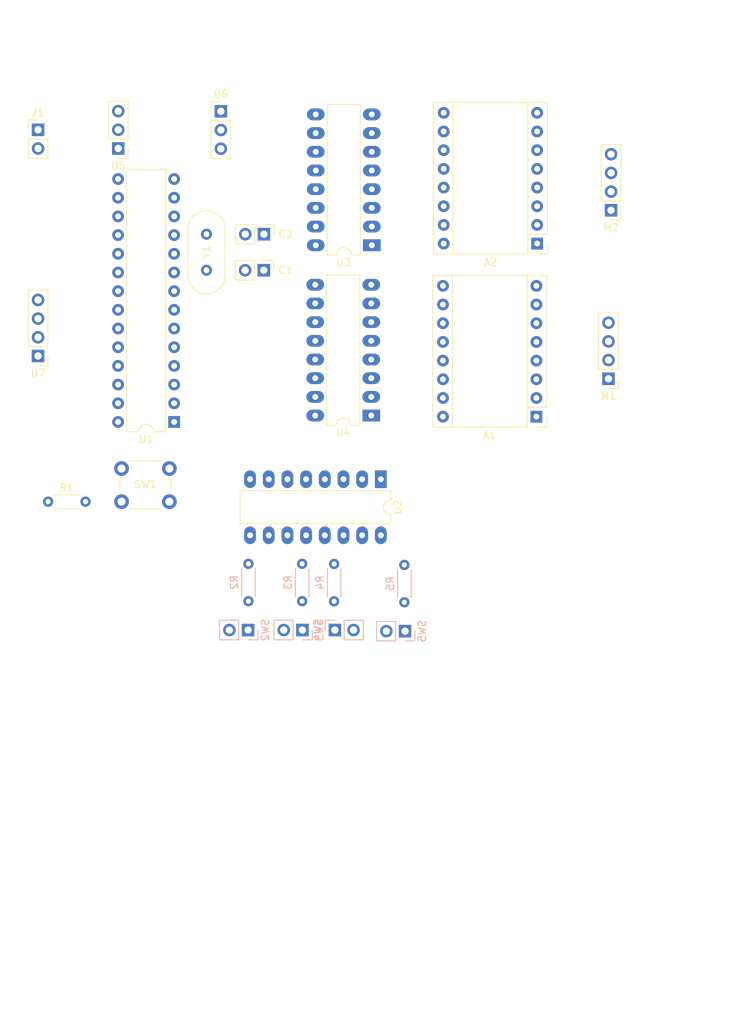
<source format=kicad_pcb>
(kicad_pcb (version 20171130) (host pcbnew "(5.1.10-1-10_14)")

  (general
    (thickness 1.6)
    (drawings 3)
    (tracks 0)
    (zones 0)
    (modules 25)
    (nets 66)
  )

  (page A4)
  (layers
    (0 F.Cu signal)
    (31 B.Cu signal)
    (32 B.Adhes user)
    (33 F.Adhes user)
    (34 B.Paste user)
    (35 F.Paste user)
    (36 B.SilkS user)
    (37 F.SilkS user)
    (38 B.Mask user)
    (39 F.Mask user)
    (40 Dwgs.User user)
    (41 Cmts.User user)
    (42 Eco1.User user)
    (43 Eco2.User user)
    (44 Edge.Cuts user)
    (45 Margin user)
    (46 B.CrtYd user)
    (47 F.CrtYd user)
    (48 B.Fab user)
    (49 F.Fab user)
  )

  (setup
    (last_trace_width 0.25)
    (trace_clearance 0.2)
    (zone_clearance 0.508)
    (zone_45_only no)
    (trace_min 0.2)
    (via_size 0.8)
    (via_drill 0.4)
    (via_min_size 0.4)
    (via_min_drill 0.3)
    (uvia_size 0.3)
    (uvia_drill 0.1)
    (uvias_allowed no)
    (uvia_min_size 0.2)
    (uvia_min_drill 0.1)
    (edge_width 0.05)
    (segment_width 0.2)
    (pcb_text_width 0.3)
    (pcb_text_size 1.5 1.5)
    (mod_edge_width 0.12)
    (mod_text_size 1 1)
    (mod_text_width 0.15)
    (pad_size 1.524 1.524)
    (pad_drill 0.762)
    (pad_to_mask_clearance 0)
    (aux_axis_origin 0 0)
    (visible_elements FFFFFF7F)
    (pcbplotparams
      (layerselection 0x010fc_ffffffff)
      (usegerberextensions false)
      (usegerberattributes true)
      (usegerberadvancedattributes true)
      (creategerberjobfile true)
      (excludeedgelayer true)
      (linewidth 0.100000)
      (plotframeref false)
      (viasonmask false)
      (mode 1)
      (useauxorigin false)
      (hpglpennumber 1)
      (hpglpenspeed 20)
      (hpglpendiameter 15.000000)
      (psnegative false)
      (psa4output false)
      (plotreference true)
      (plotvalue true)
      (plotinvisibletext false)
      (padsonsilk false)
      (subtractmaskfromsilk false)
      (outputformat 1)
      (mirror false)
      (drillshape 1)
      (scaleselection 1)
      (outputdirectory ""))
  )

  (net 0 "")
  (net 1 GND)
  (net 2 +5V)
  (net 3 "Net-(A1-Pad10)")
  (net 4 "Net-(A1-Pad3)")
  (net 5 "Net-(A1-Pad11)")
  (net 6 "Net-(A1-Pad4)")
  (net 7 "Net-(A1-Pad12)")
  (net 8 "Net-(A1-Pad5)")
  (net 9 "Net-(A1-Pad6)")
  (net 10 "Net-(A1-Pad15)")
  (net 11 "Net-(A1-Pad8)")
  (net 12 "Net-(A1-Pad16)")
  (net 13 "Net-(A2-Pad16)")
  (net 14 "Net-(A2-Pad15)")
  (net 15 "Net-(A2-Pad6)")
  (net 16 "Net-(A2-Pad5)")
  (net 17 "Net-(A2-Pad12)")
  (net 18 "Net-(A2-Pad4)")
  (net 19 "Net-(A2-Pad11)")
  (net 20 "Net-(A2-Pad3)")
  (net 21 "Net-(A2-Pad10)")
  (net 22 "Net-(R1-Pad2)")
  (net 23 "Net-(U1-Pad15)")
  (net 24 "Net-(U1-Pad2)")
  (net 25 "Net-(U1-Pad16)")
  (net 26 "Net-(U1-Pad3)")
  (net 27 "Net-(U1-Pad17)")
  (net 28 "Net-(U1-Pad4)")
  (net 29 "Net-(U1-Pad18)")
  (net 30 "Net-(U1-Pad5)")
  (net 31 "Net-(U1-Pad19)")
  (net 32 "Net-(U1-Pad6)")
  (net 33 "Net-(U1-Pad20)")
  (net 34 "Net-(U1-Pad21)")
  (net 35 "Net-(U1-Pad11)")
  (net 36 "Net-(U1-Pad25)")
  (net 37 "Net-(U1-Pad12)")
  (net 38 "Net-(U1-Pad26)")
  (net 39 "Net-(U1-Pad13)")
  (net 40 "Net-(U1-Pad27)")
  (net 41 "Net-(U1-Pad14)")
  (net 42 "Net-(U1-Pad28)")
  (net 43 +12V)
  (net 44 "Net-(R2-Pad2)")
  (net 45 "Net-(R3-Pad2)")
  (net 46 "Net-(R4-Pad2)")
  (net 47 "Net-(R5-Pad2)")
  (net 48 "Net-(U1-Pad23)")
  (net 49 "Net-(U1-Pad24)")
  (net 50 "Net-(U2-Pad4)")
  (net 51 "Net-(U2-Pad3)")
  (net 52 "Net-(U2-Pad6)")
  (net 53 "Net-(U2-Pad5)")
  (net 54 "Net-(U4-Pad4)")
  (net 55 "Net-(U4-Pad7)")
  (net 56 "Net-(U4-Pad3)")
  (net 57 "Net-(U4-Pad6)")
  (net 58 "Net-(U4-Pad2)")
  (net 59 "Net-(U4-Pad5)")
  (net 60 "Net-(U2-Pad10)")
  (net 61 "Net-(U2-Pad9)")
  (net 62 "Net-(U3-Pad9)")
  (net 63 "Net-(U4-Pad9)")
  (net 64 "Net-(C1-Pad2)")
  (net 65 "Net-(C2-Pad2)")

  (net_class Default "This is the default net class."
    (clearance 0.2)
    (trace_width 0.25)
    (via_dia 0.8)
    (via_drill 0.4)
    (uvia_dia 0.3)
    (uvia_drill 0.1)
    (add_net +12V)
    (add_net +5V)
    (add_net GND)
    (add_net "Net-(A1-Pad10)")
    (add_net "Net-(A1-Pad11)")
    (add_net "Net-(A1-Pad12)")
    (add_net "Net-(A1-Pad15)")
    (add_net "Net-(A1-Pad16)")
    (add_net "Net-(A1-Pad3)")
    (add_net "Net-(A1-Pad4)")
    (add_net "Net-(A1-Pad5)")
    (add_net "Net-(A1-Pad6)")
    (add_net "Net-(A1-Pad8)")
    (add_net "Net-(A2-Pad10)")
    (add_net "Net-(A2-Pad11)")
    (add_net "Net-(A2-Pad12)")
    (add_net "Net-(A2-Pad15)")
    (add_net "Net-(A2-Pad16)")
    (add_net "Net-(A2-Pad3)")
    (add_net "Net-(A2-Pad4)")
    (add_net "Net-(A2-Pad5)")
    (add_net "Net-(A2-Pad6)")
    (add_net "Net-(C1-Pad2)")
    (add_net "Net-(C2-Pad2)")
    (add_net "Net-(R1-Pad2)")
    (add_net "Net-(R2-Pad2)")
    (add_net "Net-(R3-Pad2)")
    (add_net "Net-(R4-Pad2)")
    (add_net "Net-(R5-Pad2)")
    (add_net "Net-(U1-Pad11)")
    (add_net "Net-(U1-Pad12)")
    (add_net "Net-(U1-Pad13)")
    (add_net "Net-(U1-Pad14)")
    (add_net "Net-(U1-Pad15)")
    (add_net "Net-(U1-Pad16)")
    (add_net "Net-(U1-Pad17)")
    (add_net "Net-(U1-Pad18)")
    (add_net "Net-(U1-Pad19)")
    (add_net "Net-(U1-Pad2)")
    (add_net "Net-(U1-Pad20)")
    (add_net "Net-(U1-Pad21)")
    (add_net "Net-(U1-Pad23)")
    (add_net "Net-(U1-Pad24)")
    (add_net "Net-(U1-Pad25)")
    (add_net "Net-(U1-Pad26)")
    (add_net "Net-(U1-Pad27)")
    (add_net "Net-(U1-Pad28)")
    (add_net "Net-(U1-Pad3)")
    (add_net "Net-(U1-Pad4)")
    (add_net "Net-(U1-Pad5)")
    (add_net "Net-(U1-Pad6)")
    (add_net "Net-(U2-Pad10)")
    (add_net "Net-(U2-Pad3)")
    (add_net "Net-(U2-Pad4)")
    (add_net "Net-(U2-Pad5)")
    (add_net "Net-(U2-Pad6)")
    (add_net "Net-(U2-Pad9)")
    (add_net "Net-(U3-Pad9)")
    (add_net "Net-(U4-Pad2)")
    (add_net "Net-(U4-Pad3)")
    (add_net "Net-(U4-Pad4)")
    (add_net "Net-(U4-Pad5)")
    (add_net "Net-(U4-Pad6)")
    (add_net "Net-(U4-Pad7)")
    (add_net "Net-(U4-Pad9)")
  )

  (module Package_DIP:DIP-16_W7.62mm_LongPads (layer F.Cu) (tedit 5A02E8C5) (tstamp 61594063)
    (at 20.72 -991 180)
    (descr "16-lead though-hole mounted DIP package, row spacing 7.62 mm (300 mils), LongPads")
    (tags "THT DIP DIL PDIP 2.54mm 7.62mm 300mil LongPads")
    (path /615450D0)
    (fp_text reference U3 (at 3.81 -2.33) (layer F.SilkS)
      (effects (font (size 1 1) (thickness 0.15)))
    )
    (fp_text value 74LS595 (at 3.81 20.11) (layer F.Fab)
      (effects (font (size 1 1) (thickness 0.15)))
    )
    (fp_line (start 1.635 -1.27) (end 6.985 -1.27) (layer F.Fab) (width 0.1))
    (fp_line (start 6.985 -1.27) (end 6.985 19.05) (layer F.Fab) (width 0.1))
    (fp_line (start 6.985 19.05) (end 0.635 19.05) (layer F.Fab) (width 0.1))
    (fp_line (start 0.635 19.05) (end 0.635 -0.27) (layer F.Fab) (width 0.1))
    (fp_line (start 0.635 -0.27) (end 1.635 -1.27) (layer F.Fab) (width 0.1))
    (fp_line (start 2.81 -1.33) (end 1.56 -1.33) (layer F.SilkS) (width 0.12))
    (fp_line (start 1.56 -1.33) (end 1.56 19.11) (layer F.SilkS) (width 0.12))
    (fp_line (start 1.56 19.11) (end 6.06 19.11) (layer F.SilkS) (width 0.12))
    (fp_line (start 6.06 19.11) (end 6.06 -1.33) (layer F.SilkS) (width 0.12))
    (fp_line (start 6.06 -1.33) (end 4.81 -1.33) (layer F.SilkS) (width 0.12))
    (fp_line (start -1.45 -1.55) (end -1.45 19.3) (layer F.CrtYd) (width 0.05))
    (fp_line (start -1.45 19.3) (end 9.1 19.3) (layer F.CrtYd) (width 0.05))
    (fp_line (start 9.1 19.3) (end 9.1 -1.55) (layer F.CrtYd) (width 0.05))
    (fp_line (start 9.1 -1.55) (end -1.45 -1.55) (layer F.CrtYd) (width 0.05))
    (fp_text user %R (at 3.81 8.89) (layer F.Fab)
      (effects (font (size 1 1) (thickness 0.15)))
    )
    (fp_arc (start 3.81 -1.33) (end 2.81 -1.33) (angle -180) (layer F.SilkS) (width 0.12))
    (pad 16 thru_hole oval (at 7.62 0 180) (size 2.4 1.6) (drill 0.8) (layers *.Cu *.Mask)
      (net 2 +5V))
    (pad 8 thru_hole oval (at 0 17.78 180) (size 2.4 1.6) (drill 0.8) (layers *.Cu *.Mask)
      (net 1 GND))
    (pad 15 thru_hole oval (at 7.62 2.54 180) (size 2.4 1.6) (drill 0.8) (layers *.Cu *.Mask)
      (net 3 "Net-(A1-Pad10)"))
    (pad 7 thru_hole oval (at 0 15.24 180) (size 2.4 1.6) (drill 0.8) (layers *.Cu *.Mask)
      (net 17 "Net-(A2-Pad12)"))
    (pad 14 thru_hole oval (at 7.62 5.08 180) (size 2.4 1.6) (drill 0.8) (layers *.Cu *.Mask)
      (net 35 "Net-(U1-Pad11)"))
    (pad 6 thru_hole oval (at 0 12.7 180) (size 2.4 1.6) (drill 0.8) (layers *.Cu *.Mask)
      (net 19 "Net-(A2-Pad11)"))
    (pad 13 thru_hole oval (at 7.62 7.62 180) (size 2.4 1.6) (drill 0.8) (layers *.Cu *.Mask)
      (net 1 GND))
    (pad 5 thru_hole oval (at 0 10.16 180) (size 2.4 1.6) (drill 0.8) (layers *.Cu *.Mask)
      (net 21 "Net-(A2-Pad10)"))
    (pad 12 thru_hole oval (at 7.62 10.16 180) (size 2.4 1.6) (drill 0.8) (layers *.Cu *.Mask)
      (net 37 "Net-(U1-Pad12)"))
    (pad 4 thru_hole oval (at 0 7.62 180) (size 2.4 1.6) (drill 0.8) (layers *.Cu *.Mask)
      (net 12 "Net-(A1-Pad16)"))
    (pad 11 thru_hole oval (at 7.62 12.7 180) (size 2.4 1.6) (drill 0.8) (layers *.Cu *.Mask)
      (net 39 "Net-(U1-Pad13)"))
    (pad 3 thru_hole oval (at 0 5.08 180) (size 2.4 1.6) (drill 0.8) (layers *.Cu *.Mask)
      (net 10 "Net-(A1-Pad15)"))
    (pad 10 thru_hole oval (at 7.62 15.24 180) (size 2.4 1.6) (drill 0.8) (layers *.Cu *.Mask)
      (net 2 +5V))
    (pad 2 thru_hole oval (at 0 2.54 180) (size 2.4 1.6) (drill 0.8) (layers *.Cu *.Mask)
      (net 7 "Net-(A1-Pad12)"))
    (pad 9 thru_hole oval (at 7.62 17.78 180) (size 2.4 1.6) (drill 0.8) (layers *.Cu *.Mask)
      (net 62 "Net-(U3-Pad9)"))
    (pad 1 thru_hole rect (at 0 0 180) (size 2.4 1.6) (drill 0.8) (layers *.Cu *.Mask)
      (net 5 "Net-(A1-Pad11)"))
    (model ${KISYS3DMOD}/Package_DIP.3dshapes/DIP-16_W7.62mm.wrl
      (at (xyz 0 0 0))
      (scale (xyz 1 1 1))
      (rotate (xyz 0 0 0))
    )
  )

  (module Package_DIP:DIP-16_W7.62mm_LongPads (layer F.Cu) (tedit 5A02E8C5) (tstamp 6159C96B)
    (at 21.95 -959.2 270)
    (descr "16-lead though-hole mounted DIP package, row spacing 7.62 mm (300 mils), LongPads")
    (tags "THT DIP DIL PDIP 2.54mm 7.62mm 300mil LongPads")
    (path /616F997B)
    (fp_text reference U2 (at 3.81 -2.33 90) (layer F.SilkS)
      (effects (font (size 1 1) (thickness 0.15)))
    )
    (fp_text value 74LS165 (at 3.81 20.11 90) (layer F.Fab)
      (effects (font (size 1 1) (thickness 0.15)))
    )
    (fp_line (start 1.635 -1.27) (end 6.985 -1.27) (layer F.Fab) (width 0.1))
    (fp_line (start 6.985 -1.27) (end 6.985 19.05) (layer F.Fab) (width 0.1))
    (fp_line (start 6.985 19.05) (end 0.635 19.05) (layer F.Fab) (width 0.1))
    (fp_line (start 0.635 19.05) (end 0.635 -0.27) (layer F.Fab) (width 0.1))
    (fp_line (start 0.635 -0.27) (end 1.635 -1.27) (layer F.Fab) (width 0.1))
    (fp_line (start 2.81 -1.33) (end 1.56 -1.33) (layer F.SilkS) (width 0.12))
    (fp_line (start 1.56 -1.33) (end 1.56 19.11) (layer F.SilkS) (width 0.12))
    (fp_line (start 1.56 19.11) (end 6.06 19.11) (layer F.SilkS) (width 0.12))
    (fp_line (start 6.06 19.11) (end 6.06 -1.33) (layer F.SilkS) (width 0.12))
    (fp_line (start 6.06 -1.33) (end 4.81 -1.33) (layer F.SilkS) (width 0.12))
    (fp_line (start -1.45 -1.55) (end -1.45 19.3) (layer F.CrtYd) (width 0.05))
    (fp_line (start -1.45 19.3) (end 9.1 19.3) (layer F.CrtYd) (width 0.05))
    (fp_line (start 9.1 19.3) (end 9.1 -1.55) (layer F.CrtYd) (width 0.05))
    (fp_line (start 9.1 -1.55) (end -1.45 -1.55) (layer F.CrtYd) (width 0.05))
    (fp_text user %R (at 3.81 8.89 90) (layer F.Fab)
      (effects (font (size 1 1) (thickness 0.15)))
    )
    (fp_arc (start 3.81 -1.33) (end 2.81 -1.33) (angle -180) (layer F.SilkS) (width 0.12))
    (pad 16 thru_hole oval (at 7.62 0 270) (size 2.4 1.6) (drill 0.8) (layers *.Cu *.Mask)
      (net 2 +5V))
    (pad 8 thru_hole oval (at 0 17.78 270) (size 2.4 1.6) (drill 0.8) (layers *.Cu *.Mask)
      (net 1 GND))
    (pad 15 thru_hole oval (at 7.62 2.54 270) (size 2.4 1.6) (drill 0.8) (layers *.Cu *.Mask)
      (net 41 "Net-(U1-Pad14)"))
    (pad 7 thru_hole oval (at 0 15.24 270) (size 2.4 1.6) (drill 0.8) (layers *.Cu *.Mask)
      (net 32 "Net-(U1-Pad6)"))
    (pad 14 thru_hole oval (at 7.62 5.08 270) (size 2.4 1.6) (drill 0.8) (layers *.Cu *.Mask)
      (net 47 "Net-(R5-Pad2)"))
    (pad 6 thru_hole oval (at 0 12.7 270) (size 2.4 1.6) (drill 0.8) (layers *.Cu *.Mask)
      (net 52 "Net-(U2-Pad6)"))
    (pad 13 thru_hole oval (at 7.62 7.62 270) (size 2.4 1.6) (drill 0.8) (layers *.Cu *.Mask)
      (net 46 "Net-(R4-Pad2)"))
    (pad 5 thru_hole oval (at 0 10.16 270) (size 2.4 1.6) (drill 0.8) (layers *.Cu *.Mask)
      (net 53 "Net-(U2-Pad5)"))
    (pad 12 thru_hole oval (at 7.62 10.16 270) (size 2.4 1.6) (drill 0.8) (layers *.Cu *.Mask)
      (net 45 "Net-(R3-Pad2)"))
    (pad 4 thru_hole oval (at 0 7.62 270) (size 2.4 1.6) (drill 0.8) (layers *.Cu *.Mask)
      (net 50 "Net-(U2-Pad4)"))
    (pad 11 thru_hole oval (at 7.62 12.7 270) (size 2.4 1.6) (drill 0.8) (layers *.Cu *.Mask)
      (net 44 "Net-(R2-Pad2)"))
    (pad 3 thru_hole oval (at 0 5.08 270) (size 2.4 1.6) (drill 0.8) (layers *.Cu *.Mask)
      (net 51 "Net-(U2-Pad3)"))
    (pad 10 thru_hole oval (at 7.62 15.24 270) (size 2.4 1.6) (drill 0.8) (layers *.Cu *.Mask)
      (net 60 "Net-(U2-Pad10)"))
    (pad 2 thru_hole oval (at 0 2.54 270) (size 2.4 1.6) (drill 0.8) (layers *.Cu *.Mask)
      (net 30 "Net-(U1-Pad5)"))
    (pad 9 thru_hole oval (at 7.62 17.78 270) (size 2.4 1.6) (drill 0.8) (layers *.Cu *.Mask)
      (net 61 "Net-(U2-Pad9)"))
    (pad 1 thru_hole rect (at 0 0 270) (size 2.4 1.6) (drill 0.8) (layers *.Cu *.Mask)
      (net 28 "Net-(U1-Pad4)"))
    (model ${KISYS3DMOD}/Package_DIP.3dshapes/DIP-16_W7.62mm.wrl
      (at (xyz 0 0 0))
      (scale (xyz 1 1 1))
      (rotate (xyz 0 0 0))
    )
  )

  (module Resistor_THT:R_Axial_DIN0204_L3.6mm_D1.6mm_P5.08mm_Horizontal (layer B.Cu) (tedit 5AE5139B) (tstamp 615F20D6)
    (at 25.15 -947.55 270)
    (descr "Resistor, Axial_DIN0204 series, Axial, Horizontal, pin pitch=5.08mm, 0.167W, length*diameter=3.6*1.6mm^2, http://cdn-reichelt.de/documents/datenblatt/B400/1_4W%23YAG.pdf")
    (tags "Resistor Axial_DIN0204 series Axial Horizontal pin pitch 5.08mm 0.167W length 3.6mm diameter 1.6mm")
    (path /617FACF4)
    (fp_text reference R5 (at 2.54 1.92 90) (layer B.SilkS)
      (effects (font (size 1 1) (thickness 0.15)) (justify mirror))
    )
    (fp_text value 250Ω (at 2.54 -1.92 90) (layer B.Fab)
      (effects (font (size 1 1) (thickness 0.15)) (justify mirror))
    )
    (fp_line (start 0.74 0.8) (end 0.74 -0.8) (layer B.Fab) (width 0.1))
    (fp_line (start 0.74 -0.8) (end 4.34 -0.8) (layer B.Fab) (width 0.1))
    (fp_line (start 4.34 -0.8) (end 4.34 0.8) (layer B.Fab) (width 0.1))
    (fp_line (start 4.34 0.8) (end 0.74 0.8) (layer B.Fab) (width 0.1))
    (fp_line (start 0 0) (end 0.74 0) (layer B.Fab) (width 0.1))
    (fp_line (start 5.08 0) (end 4.34 0) (layer B.Fab) (width 0.1))
    (fp_line (start 0.62 0.92) (end 4.46 0.92) (layer B.SilkS) (width 0.12))
    (fp_line (start 0.62 -0.92) (end 4.46 -0.92) (layer B.SilkS) (width 0.12))
    (fp_line (start -0.95 1.05) (end -0.95 -1.05) (layer B.CrtYd) (width 0.05))
    (fp_line (start -0.95 -1.05) (end 6.03 -1.05) (layer B.CrtYd) (width 0.05))
    (fp_line (start 6.03 -1.05) (end 6.03 1.05) (layer B.CrtYd) (width 0.05))
    (fp_line (start 6.03 1.05) (end -0.95 1.05) (layer B.CrtYd) (width 0.05))
    (fp_text user %R (at 2.54 0 90) (layer B.Fab)
      (effects (font (size 0.72 0.72) (thickness 0.108)) (justify mirror))
    )
    (pad 2 thru_hole oval (at 5.08 0 270) (size 1.4 1.4) (drill 0.7) (layers *.Cu *.Mask)
      (net 47 "Net-(R5-Pad2)"))
    (pad 1 thru_hole circle (at 0 0 270) (size 1.4 1.4) (drill 0.7) (layers *.Cu *.Mask)
      (net 2 +5V))
    (model ${KISYS3DMOD}/Resistor_THT.3dshapes/R_Axial_DIN0204_L3.6mm_D1.6mm_P5.08mm_Horizontal.wrl
      (at (xyz 0 0 0))
      (scale (xyz 1 1 1))
      (rotate (xyz 0 0 0))
    )
  )

  (module Resistor_THT:R_Axial_DIN0204_L3.6mm_D1.6mm_P5.08mm_Horizontal (layer B.Cu) (tedit 5AE5139B) (tstamp 615F20A0)
    (at 15.6 -947.68 270)
    (descr "Resistor, Axial_DIN0204 series, Axial, Horizontal, pin pitch=5.08mm, 0.167W, length*diameter=3.6*1.6mm^2, http://cdn-reichelt.de/documents/datenblatt/B400/1_4W%23YAG.pdf")
    (tags "Resistor Axial_DIN0204 series Axial Horizontal pin pitch 5.08mm 0.167W length 3.6mm diameter 1.6mm")
    (path /617E6A34)
    (fp_text reference R4 (at 2.54 1.92 90) (layer B.SilkS)
      (effects (font (size 1 1) (thickness 0.15)) (justify mirror))
    )
    (fp_text value 250Ω (at 2.54 -1.92 90) (layer B.Fab)
      (effects (font (size 1 1) (thickness 0.15)) (justify mirror))
    )
    (fp_line (start 0.74 0.8) (end 0.74 -0.8) (layer B.Fab) (width 0.1))
    (fp_line (start 0.74 -0.8) (end 4.34 -0.8) (layer B.Fab) (width 0.1))
    (fp_line (start 4.34 -0.8) (end 4.34 0.8) (layer B.Fab) (width 0.1))
    (fp_line (start 4.34 0.8) (end 0.74 0.8) (layer B.Fab) (width 0.1))
    (fp_line (start 0 0) (end 0.74 0) (layer B.Fab) (width 0.1))
    (fp_line (start 5.08 0) (end 4.34 0) (layer B.Fab) (width 0.1))
    (fp_line (start 0.62 0.92) (end 4.46 0.92) (layer B.SilkS) (width 0.12))
    (fp_line (start 0.62 -0.92) (end 4.46 -0.92) (layer B.SilkS) (width 0.12))
    (fp_line (start -0.95 1.05) (end -0.95 -1.05) (layer B.CrtYd) (width 0.05))
    (fp_line (start -0.95 -1.05) (end 6.03 -1.05) (layer B.CrtYd) (width 0.05))
    (fp_line (start 6.03 -1.05) (end 6.03 1.05) (layer B.CrtYd) (width 0.05))
    (fp_line (start 6.03 1.05) (end -0.95 1.05) (layer B.CrtYd) (width 0.05))
    (fp_text user %R (at 2.54 0 90) (layer B.Fab)
      (effects (font (size 0.72 0.72) (thickness 0.108)) (justify mirror))
    )
    (pad 2 thru_hole oval (at 5.08 0 270) (size 1.4 1.4) (drill 0.7) (layers *.Cu *.Mask)
      (net 46 "Net-(R4-Pad2)"))
    (pad 1 thru_hole circle (at 0 0 270) (size 1.4 1.4) (drill 0.7) (layers *.Cu *.Mask)
      (net 2 +5V))
    (model ${KISYS3DMOD}/Resistor_THT.3dshapes/R_Axial_DIN0204_L3.6mm_D1.6mm_P5.08mm_Horizontal.wrl
      (at (xyz 0 0 0))
      (scale (xyz 1 1 1))
      (rotate (xyz 0 0 0))
    )
  )

  (module Resistor_THT:R_Axial_DIN0204_L3.6mm_D1.6mm_P5.08mm_Horizontal (layer B.Cu) (tedit 5AE5139B) (tstamp 615F2034)
    (at 11.25 -947.7 270)
    (descr "Resistor, Axial_DIN0204 series, Axial, Horizontal, pin pitch=5.08mm, 0.167W, length*diameter=3.6*1.6mm^2, http://cdn-reichelt.de/documents/datenblatt/B400/1_4W%23YAG.pdf")
    (tags "Resistor Axial_DIN0204 series Axial Horizontal pin pitch 5.08mm 0.167W length 3.6mm diameter 1.6mm")
    (path /61663BCC)
    (fp_text reference R3 (at 2.54 1.92 90) (layer B.SilkS)
      (effects (font (size 1 1) (thickness 0.15)) (justify mirror))
    )
    (fp_text value 250Ω (at 2.54 -1.92 90) (layer B.Fab)
      (effects (font (size 1 1) (thickness 0.15)) (justify mirror))
    )
    (fp_line (start 0.74 0.8) (end 0.74 -0.8) (layer B.Fab) (width 0.1))
    (fp_line (start 0.74 -0.8) (end 4.34 -0.8) (layer B.Fab) (width 0.1))
    (fp_line (start 4.34 -0.8) (end 4.34 0.8) (layer B.Fab) (width 0.1))
    (fp_line (start 4.34 0.8) (end 0.74 0.8) (layer B.Fab) (width 0.1))
    (fp_line (start 0 0) (end 0.74 0) (layer B.Fab) (width 0.1))
    (fp_line (start 5.08 0) (end 4.34 0) (layer B.Fab) (width 0.1))
    (fp_line (start 0.62 0.92) (end 4.46 0.92) (layer B.SilkS) (width 0.12))
    (fp_line (start 0.62 -0.92) (end 4.46 -0.92) (layer B.SilkS) (width 0.12))
    (fp_line (start -0.95 1.05) (end -0.95 -1.05) (layer B.CrtYd) (width 0.05))
    (fp_line (start -0.95 -1.05) (end 6.03 -1.05) (layer B.CrtYd) (width 0.05))
    (fp_line (start 6.03 -1.05) (end 6.03 1.05) (layer B.CrtYd) (width 0.05))
    (fp_line (start 6.03 1.05) (end -0.95 1.05) (layer B.CrtYd) (width 0.05))
    (fp_text user %R (at 2.54 0 90) (layer B.Fab)
      (effects (font (size 0.72 0.72) (thickness 0.108)) (justify mirror))
    )
    (pad 2 thru_hole oval (at 5.08 0 270) (size 1.4 1.4) (drill 0.7) (layers *.Cu *.Mask)
      (net 45 "Net-(R3-Pad2)"))
    (pad 1 thru_hole circle (at 0 0 270) (size 1.4 1.4) (drill 0.7) (layers *.Cu *.Mask)
      (net 2 +5V))
    (model ${KISYS3DMOD}/Resistor_THT.3dshapes/R_Axial_DIN0204_L3.6mm_D1.6mm_P5.08mm_Horizontal.wrl
      (at (xyz 0 0 0))
      (scale (xyz 1 1 1))
      (rotate (xyz 0 0 0))
    )
  )

  (module Resistor_THT:R_Axial_DIN0204_L3.6mm_D1.6mm_P5.08mm_Horizontal (layer B.Cu) (tedit 5AE5139B) (tstamp 615F206A)
    (at 3.95 -947.7 270)
    (descr "Resistor, Axial_DIN0204 series, Axial, Horizontal, pin pitch=5.08mm, 0.167W, length*diameter=3.6*1.6mm^2, http://cdn-reichelt.de/documents/datenblatt/B400/1_4W%23YAG.pdf")
    (tags "Resistor Axial_DIN0204 series Axial Horizontal pin pitch 5.08mm 0.167W length 3.6mm diameter 1.6mm")
    (path /61693648)
    (fp_text reference R2 (at 2.54 1.92 90) (layer B.SilkS)
      (effects (font (size 1 1) (thickness 0.15)) (justify mirror))
    )
    (fp_text value 250Ω (at 2.54 -1.92 90) (layer B.Fab)
      (effects (font (size 1 1) (thickness 0.15)) (justify mirror))
    )
    (fp_line (start 0.74 0.8) (end 0.74 -0.8) (layer B.Fab) (width 0.1))
    (fp_line (start 0.74 -0.8) (end 4.34 -0.8) (layer B.Fab) (width 0.1))
    (fp_line (start 4.34 -0.8) (end 4.34 0.8) (layer B.Fab) (width 0.1))
    (fp_line (start 4.34 0.8) (end 0.74 0.8) (layer B.Fab) (width 0.1))
    (fp_line (start 0 0) (end 0.74 0) (layer B.Fab) (width 0.1))
    (fp_line (start 5.08 0) (end 4.34 0) (layer B.Fab) (width 0.1))
    (fp_line (start 0.62 0.92) (end 4.46 0.92) (layer B.SilkS) (width 0.12))
    (fp_line (start 0.62 -0.92) (end 4.46 -0.92) (layer B.SilkS) (width 0.12))
    (fp_line (start -0.95 1.05) (end -0.95 -1.05) (layer B.CrtYd) (width 0.05))
    (fp_line (start -0.95 -1.05) (end 6.03 -1.05) (layer B.CrtYd) (width 0.05))
    (fp_line (start 6.03 -1.05) (end 6.03 1.05) (layer B.CrtYd) (width 0.05))
    (fp_line (start 6.03 1.05) (end -0.95 1.05) (layer B.CrtYd) (width 0.05))
    (fp_text user %R (at 2.54 0 90) (layer B.Fab)
      (effects (font (size 0.72 0.72) (thickness 0.108)) (justify mirror))
    )
    (pad 2 thru_hole oval (at 5.08 0 270) (size 1.4 1.4) (drill 0.7) (layers *.Cu *.Mask)
      (net 44 "Net-(R2-Pad2)"))
    (pad 1 thru_hole circle (at 0 0 270) (size 1.4 1.4) (drill 0.7) (layers *.Cu *.Mask)
      (net 2 +5V))
    (model ${KISYS3DMOD}/Resistor_THT.3dshapes/R_Axial_DIN0204_L3.6mm_D1.6mm_P5.08mm_Horizontal.wrl
      (at (xyz 0 0 0))
      (scale (xyz 1 1 1))
      (rotate (xyz 0 0 0))
    )
  )

  (module Resistor_THT:R_Axial_DIN0204_L3.6mm_D1.6mm_P5.08mm_Horizontal (layer F.Cu) (tedit 5AE5139B) (tstamp 615F07C1)
    (at -23.28 -956.15)
    (descr "Resistor, Axial_DIN0204 series, Axial, Horizontal, pin pitch=5.08mm, 0.167W, length*diameter=3.6*1.6mm^2, http://cdn-reichelt.de/documents/datenblatt/B400/1_4W%23YAG.pdf")
    (tags "Resistor Axial_DIN0204 series Axial Horizontal pin pitch 5.08mm 0.167W length 3.6mm diameter 1.6mm")
    (path /6154E596)
    (fp_text reference R1 (at 2.54 -1.92) (layer F.SilkS)
      (effects (font (size 1 1) (thickness 0.15)))
    )
    (fp_text value 10KΩ (at 2.54 1.92) (layer F.Fab)
      (effects (font (size 1 1) (thickness 0.15)))
    )
    (fp_line (start 0.74 -0.8) (end 0.74 0.8) (layer F.Fab) (width 0.1))
    (fp_line (start 0.74 0.8) (end 4.34 0.8) (layer F.Fab) (width 0.1))
    (fp_line (start 4.34 0.8) (end 4.34 -0.8) (layer F.Fab) (width 0.1))
    (fp_line (start 4.34 -0.8) (end 0.74 -0.8) (layer F.Fab) (width 0.1))
    (fp_line (start 0 0) (end 0.74 0) (layer F.Fab) (width 0.1))
    (fp_line (start 5.08 0) (end 4.34 0) (layer F.Fab) (width 0.1))
    (fp_line (start 0.62 -0.92) (end 4.46 -0.92) (layer F.SilkS) (width 0.12))
    (fp_line (start 0.62 0.92) (end 4.46 0.92) (layer F.SilkS) (width 0.12))
    (fp_line (start -0.95 -1.05) (end -0.95 1.05) (layer F.CrtYd) (width 0.05))
    (fp_line (start -0.95 1.05) (end 6.03 1.05) (layer F.CrtYd) (width 0.05))
    (fp_line (start 6.03 1.05) (end 6.03 -1.05) (layer F.CrtYd) (width 0.05))
    (fp_line (start 6.03 -1.05) (end -0.95 -1.05) (layer F.CrtYd) (width 0.05))
    (fp_text user %R (at 2.54 0) (layer F.Fab)
      (effects (font (size 0.72 0.72) (thickness 0.108)))
    )
    (pad 2 thru_hole oval (at 5.08 0) (size 1.4 1.4) (drill 0.7) (layers *.Cu *.Mask)
      (net 22 "Net-(R1-Pad2)"))
    (pad 1 thru_hole circle (at 0 0) (size 1.4 1.4) (drill 0.7) (layers *.Cu *.Mask)
      (net 2 +5V))
    (model ${KISYS3DMOD}/Resistor_THT.3dshapes/R_Axial_DIN0204_L3.6mm_D1.6mm_P5.08mm_Horizontal.wrl
      (at (xyz 0 0 0))
      (scale (xyz 1 1 1))
      (rotate (xyz 0 0 0))
    )
  )

  (module Package_DIP:DIP-16_W7.62mm_LongPads (layer F.Cu) (tedit 5A02E8C5) (tstamp 61594113)
    (at 20.65 -967.85 180)
    (descr "16-lead though-hole mounted DIP package, row spacing 7.62 mm (300 mils), LongPads")
    (tags "THT DIP DIL PDIP 2.54mm 7.62mm 300mil LongPads")
    (path /6156753E)
    (fp_text reference U4 (at 3.81 -2.33) (layer F.SilkS)
      (effects (font (size 1 1) (thickness 0.15)))
    )
    (fp_text value 74LS595 (at 3.81 20.11) (layer F.Fab)
      (effects (font (size 1 1) (thickness 0.15)))
    )
    (fp_line (start 1.635 -1.27) (end 6.985 -1.27) (layer F.Fab) (width 0.1))
    (fp_line (start 6.985 -1.27) (end 6.985 19.05) (layer F.Fab) (width 0.1))
    (fp_line (start 6.985 19.05) (end 0.635 19.05) (layer F.Fab) (width 0.1))
    (fp_line (start 0.635 19.05) (end 0.635 -0.27) (layer F.Fab) (width 0.1))
    (fp_line (start 0.635 -0.27) (end 1.635 -1.27) (layer F.Fab) (width 0.1))
    (fp_line (start 2.81 -1.33) (end 1.56 -1.33) (layer F.SilkS) (width 0.12))
    (fp_line (start 1.56 -1.33) (end 1.56 19.11) (layer F.SilkS) (width 0.12))
    (fp_line (start 1.56 19.11) (end 6.06 19.11) (layer F.SilkS) (width 0.12))
    (fp_line (start 6.06 19.11) (end 6.06 -1.33) (layer F.SilkS) (width 0.12))
    (fp_line (start 6.06 -1.33) (end 4.81 -1.33) (layer F.SilkS) (width 0.12))
    (fp_line (start -1.45 -1.55) (end -1.45 19.3) (layer F.CrtYd) (width 0.05))
    (fp_line (start -1.45 19.3) (end 9.1 19.3) (layer F.CrtYd) (width 0.05))
    (fp_line (start 9.1 19.3) (end 9.1 -1.55) (layer F.CrtYd) (width 0.05))
    (fp_line (start 9.1 -1.55) (end -1.45 -1.55) (layer F.CrtYd) (width 0.05))
    (fp_text user %R (at 3.81 8.89) (layer F.Fab)
      (effects (font (size 1 1) (thickness 0.15)))
    )
    (fp_arc (start 3.81 -1.33) (end 2.81 -1.33) (angle -180) (layer F.SilkS) (width 0.12))
    (pad 16 thru_hole oval (at 7.62 0 180) (size 2.4 1.6) (drill 0.8) (layers *.Cu *.Mask)
      (net 2 +5V))
    (pad 8 thru_hole oval (at 0 17.78 180) (size 2.4 1.6) (drill 0.8) (layers *.Cu *.Mask)
      (net 1 GND))
    (pad 15 thru_hole oval (at 7.62 2.54 180) (size 2.4 1.6) (drill 0.8) (layers *.Cu *.Mask)
      (net 14 "Net-(A2-Pad15)"))
    (pad 7 thru_hole oval (at 0 15.24 180) (size 2.4 1.6) (drill 0.8) (layers *.Cu *.Mask)
      (net 55 "Net-(U4-Pad7)"))
    (pad 14 thru_hole oval (at 7.62 5.08 180) (size 2.4 1.6) (drill 0.8) (layers *.Cu *.Mask)
      (net 62 "Net-(U3-Pad9)"))
    (pad 6 thru_hole oval (at 0 12.7 180) (size 2.4 1.6) (drill 0.8) (layers *.Cu *.Mask)
      (net 57 "Net-(U4-Pad6)"))
    (pad 13 thru_hole oval (at 7.62 7.62 180) (size 2.4 1.6) (drill 0.8) (layers *.Cu *.Mask)
      (net 1 GND))
    (pad 5 thru_hole oval (at 0 10.16 180) (size 2.4 1.6) (drill 0.8) (layers *.Cu *.Mask)
      (net 59 "Net-(U4-Pad5)"))
    (pad 12 thru_hole oval (at 7.62 10.16 180) (size 2.4 1.6) (drill 0.8) (layers *.Cu *.Mask)
      (net 37 "Net-(U1-Pad12)"))
    (pad 4 thru_hole oval (at 0 7.62 180) (size 2.4 1.6) (drill 0.8) (layers *.Cu *.Mask)
      (net 54 "Net-(U4-Pad4)"))
    (pad 11 thru_hole oval (at 7.62 12.7 180) (size 2.4 1.6) (drill 0.8) (layers *.Cu *.Mask)
      (net 39 "Net-(U1-Pad13)"))
    (pad 3 thru_hole oval (at 0 5.08 180) (size 2.4 1.6) (drill 0.8) (layers *.Cu *.Mask)
      (net 56 "Net-(U4-Pad3)"))
    (pad 10 thru_hole oval (at 7.62 15.24 180) (size 2.4 1.6) (drill 0.8) (layers *.Cu *.Mask)
      (net 2 +5V))
    (pad 2 thru_hole oval (at 0 2.54 180) (size 2.4 1.6) (drill 0.8) (layers *.Cu *.Mask)
      (net 58 "Net-(U4-Pad2)"))
    (pad 9 thru_hole oval (at 7.62 17.78 180) (size 2.4 1.6) (drill 0.8) (layers *.Cu *.Mask)
      (net 63 "Net-(U4-Pad9)"))
    (pad 1 thru_hole rect (at 0 0 180) (size 2.4 1.6) (drill 0.8) (layers *.Cu *.Mask)
      (net 13 "Net-(A2-Pad16)"))
    (model ${KISYS3DMOD}/Package_DIP.3dshapes/DIP-16_W7.62mm.wrl
      (at (xyz 0 0 0))
      (scale (xyz 1 1 1))
      (rotate (xyz 0 0 0))
    )
  )

  (module Module:Pololu_Breakout-16_15.2x20.3mm (layer F.Cu) (tedit 58AB602C) (tstamp 6159F022)
    (at 43.2 -991.22 180)
    (descr "Pololu Breakout 16-pin 15.2x20.3mm 0.6x0.8\\")
    (tags "Pololu Breakout")
    (path /61583BD7)
    (fp_text reference A2 (at 6.35 -2.54) (layer F.SilkS)
      (effects (font (size 1 1) (thickness 0.15)))
    )
    (fp_text value Pololu_Breakout_A4988 (at 6.35 20.17) (layer F.Fab)
      (effects (font (size 1 1) (thickness 0.15)))
    )
    (fp_line (start 11.43 -1.4) (end 11.43 19.18) (layer F.SilkS) (width 0.12))
    (fp_line (start 1.27 1.27) (end 1.27 19.18) (layer F.SilkS) (width 0.12))
    (fp_line (start 0 -1.4) (end -1.4 -1.4) (layer F.SilkS) (width 0.12))
    (fp_line (start -1.4 -1.4) (end -1.4 0) (layer F.SilkS) (width 0.12))
    (fp_line (start 1.27 -1.4) (end 1.27 1.27) (layer F.SilkS) (width 0.12))
    (fp_line (start 1.27 1.27) (end -1.4 1.27) (layer F.SilkS) (width 0.12))
    (fp_line (start -1.4 1.27) (end -1.4 19.18) (layer F.SilkS) (width 0.12))
    (fp_line (start -1.4 19.18) (end 14.1 19.18) (layer F.SilkS) (width 0.12))
    (fp_line (start 14.1 19.18) (end 14.1 -1.4) (layer F.SilkS) (width 0.12))
    (fp_line (start 14.1 -1.4) (end 1.27 -1.4) (layer F.SilkS) (width 0.12))
    (fp_line (start -1.27 0) (end 0 -1.27) (layer F.Fab) (width 0.1))
    (fp_line (start 0 -1.27) (end 13.97 -1.27) (layer F.Fab) (width 0.1))
    (fp_line (start 13.97 -1.27) (end 13.97 19.05) (layer F.Fab) (width 0.1))
    (fp_line (start 13.97 19.05) (end -1.27 19.05) (layer F.Fab) (width 0.1))
    (fp_line (start -1.27 19.05) (end -1.27 0) (layer F.Fab) (width 0.1))
    (fp_line (start -1.53 -1.52) (end 14.21 -1.52) (layer F.CrtYd) (width 0.05))
    (fp_line (start -1.53 -1.52) (end -1.53 19.3) (layer F.CrtYd) (width 0.05))
    (fp_line (start 14.21 19.3) (end 14.21 -1.52) (layer F.CrtYd) (width 0.05))
    (fp_line (start 14.21 19.3) (end -1.53 19.3) (layer F.CrtYd) (width 0.05))
    (fp_text user %R (at 6.35 0) (layer F.Fab)
      (effects (font (size 1 1) (thickness 0.15)))
    )
    (pad 16 thru_hole oval (at 12.7 0 180) (size 1.6 1.6) (drill 0.8) (layers *.Cu *.Mask)
      (net 13 "Net-(A2-Pad16)"))
    (pad 8 thru_hole oval (at 0 17.78 180) (size 1.6 1.6) (drill 0.8) (layers *.Cu *.Mask)
      (net 11 "Net-(A1-Pad8)"))
    (pad 15 thru_hole oval (at 12.7 2.54 180) (size 1.6 1.6) (drill 0.8) (layers *.Cu *.Mask)
      (net 14 "Net-(A2-Pad15)"))
    (pad 7 thru_hole oval (at 0 15.24 180) (size 1.6 1.6) (drill 0.8) (layers *.Cu *.Mask)
      (net 1 GND))
    (pad 14 thru_hole oval (at 12.7 5.08 180) (size 1.6 1.6) (drill 0.8) (layers *.Cu *.Mask)
      (net 2 +5V))
    (pad 6 thru_hole oval (at 0 12.7 180) (size 1.6 1.6) (drill 0.8) (layers *.Cu *.Mask)
      (net 15 "Net-(A2-Pad6)"))
    (pad 13 thru_hole oval (at 12.7 7.62 180) (size 1.6 1.6) (drill 0.8) (layers *.Cu *.Mask)
      (net 2 +5V))
    (pad 5 thru_hole oval (at 0 10.16 180) (size 1.6 1.6) (drill 0.8) (layers *.Cu *.Mask)
      (net 16 "Net-(A2-Pad5)"))
    (pad 12 thru_hole oval (at 12.7 10.16 180) (size 1.6 1.6) (drill 0.8) (layers *.Cu *.Mask)
      (net 17 "Net-(A2-Pad12)"))
    (pad 4 thru_hole oval (at 0 7.62 180) (size 1.6 1.6) (drill 0.8) (layers *.Cu *.Mask)
      (net 18 "Net-(A2-Pad4)"))
    (pad 11 thru_hole oval (at 12.7 12.7 180) (size 1.6 1.6) (drill 0.8) (layers *.Cu *.Mask)
      (net 19 "Net-(A2-Pad11)"))
    (pad 3 thru_hole oval (at 0 5.08 180) (size 1.6 1.6) (drill 0.8) (layers *.Cu *.Mask)
      (net 20 "Net-(A2-Pad3)"))
    (pad 10 thru_hole oval (at 12.7 15.24 180) (size 1.6 1.6) (drill 0.8) (layers *.Cu *.Mask)
      (net 21 "Net-(A2-Pad10)"))
    (pad 2 thru_hole oval (at 0 2.54 180) (size 1.6 1.6) (drill 0.8) (layers *.Cu *.Mask)
      (net 2 +5V))
    (pad 9 thru_hole oval (at 12.7 17.78 180) (size 1.6 1.6) (drill 0.8) (layers *.Cu *.Mask)
      (net 1 GND))
    (pad 1 thru_hole rect (at 0 0 180) (size 1.6 1.6) (drill 0.8) (layers *.Cu *.Mask)
      (net 1 GND))
    (model ${KISYS3DMOD}/Module.3dshapes/Pololu_Breakout-16_15.2x20.3mm.wrl
      (at (xyz 0 0 0))
      (scale (xyz 1 1 1))
      (rotate (xyz 0 0 0))
    )
  )

  (module Crystal:Crystal_HC18-U_Vertical (layer F.Cu) (tedit 5A1AD3B7) (tstamp 6159E183)
    (at -1.75 -992.5 270)
    (descr "Crystal THT HC-18/U, http://5hertz.com/pdfs/04404_D.pdf")
    (tags "THT crystalHC-18/U")
    (path /620A5CEA)
    (fp_text reference Y1 (at 2.45 0 90) (layer F.SilkS)
      (effects (font (size 1 1) (thickness 0.15)))
    )
    (fp_text value 16Mhz (at -4.25 0) (layer F.Fab)
      (effects (font (size 1 1) (thickness 0.15)))
    )
    (fp_line (start 8.4 -2.8) (end -3.5 -2.8) (layer F.CrtYd) (width 0.05))
    (fp_line (start 8.4 2.8) (end 8.4 -2.8) (layer F.CrtYd) (width 0.05))
    (fp_line (start -3.5 2.8) (end 8.4 2.8) (layer F.CrtYd) (width 0.05))
    (fp_line (start -3.5 -2.8) (end -3.5 2.8) (layer F.CrtYd) (width 0.05))
    (fp_line (start -0.675 2.525) (end 5.575 2.525) (layer F.SilkS) (width 0.12))
    (fp_line (start -0.675 -2.525) (end 5.575 -2.525) (layer F.SilkS) (width 0.12))
    (fp_line (start -0.55 2) (end 5.45 2) (layer F.Fab) (width 0.1))
    (fp_line (start -0.55 -2) (end 5.45 -2) (layer F.Fab) (width 0.1))
    (fp_line (start -0.675 2.325) (end 5.575 2.325) (layer F.Fab) (width 0.1))
    (fp_line (start -0.675 -2.325) (end 5.575 -2.325) (layer F.Fab) (width 0.1))
    (fp_arc (start 5.575 0) (end 5.575 -2.525) (angle 180) (layer F.SilkS) (width 0.12))
    (fp_arc (start -0.675 0) (end -0.675 -2.525) (angle -180) (layer F.SilkS) (width 0.12))
    (fp_arc (start 5.45 0) (end 5.45 -2) (angle 180) (layer F.Fab) (width 0.1))
    (fp_arc (start -0.55 0) (end -0.55 -2) (angle -180) (layer F.Fab) (width 0.1))
    (fp_arc (start 5.575 0) (end 5.575 -2.325) (angle 180) (layer F.Fab) (width 0.1))
    (fp_arc (start -0.675 0) (end -0.675 -2.325) (angle -180) (layer F.Fab) (width 0.1))
    (fp_text user %R (at 2.45 0 90) (layer F.Fab)
      (effects (font (size 1 1) (thickness 0.15)))
    )
    (pad 2 thru_hole circle (at 4.9 0 270) (size 1.5 1.5) (drill 0.8) (layers *.Cu *.Mask)
      (net 64 "Net-(C1-Pad2)"))
    (pad 1 thru_hole circle (at 0 0 270) (size 1.5 1.5) (drill 0.8) (layers *.Cu *.Mask)
      (net 65 "Net-(C2-Pad2)"))
    (model ${KISYS3DMOD}/Crystal.3dshapes/Crystal_HC18-U_Vertical.wrl
      (at (xyz 0 0 0))
      (scale (xyz 1 1 1))
      (rotate (xyz 0 0 0))
    )
  )

  (module Connector_PinHeader_2.54mm:PinHeader_1x02_P2.54mm_Vertical (layer F.Cu) (tedit 59FED5CC) (tstamp 6159DD98)
    (at 6.06 -992.5 270)
    (descr "Through hole straight pin header, 1x02, 2.54mm pitch, single row")
    (tags "Through hole pin header THT 1x02 2.54mm single row")
    (path /62105F33)
    (fp_text reference C2 (at 0 -2.94 180) (layer F.SilkS)
      (effects (font (size 1 1) (thickness 0.15)))
    )
    (fp_text value 22pF (at -2.5 1.06 180) (layer F.Fab)
      (effects (font (size 1 1) (thickness 0.15)))
    )
    (fp_line (start 1.8 -1.8) (end -1.8 -1.8) (layer F.CrtYd) (width 0.05))
    (fp_line (start 1.8 4.35) (end 1.8 -1.8) (layer F.CrtYd) (width 0.05))
    (fp_line (start -1.8 4.35) (end 1.8 4.35) (layer F.CrtYd) (width 0.05))
    (fp_line (start -1.8 -1.8) (end -1.8 4.35) (layer F.CrtYd) (width 0.05))
    (fp_line (start -1.33 -1.33) (end 0 -1.33) (layer F.SilkS) (width 0.12))
    (fp_line (start -1.33 0) (end -1.33 -1.33) (layer F.SilkS) (width 0.12))
    (fp_line (start -1.33 1.27) (end 1.33 1.27) (layer F.SilkS) (width 0.12))
    (fp_line (start 1.33 1.27) (end 1.33 3.87) (layer F.SilkS) (width 0.12))
    (fp_line (start -1.33 1.27) (end -1.33 3.87) (layer F.SilkS) (width 0.12))
    (fp_line (start -1.33 3.87) (end 1.33 3.87) (layer F.SilkS) (width 0.12))
    (fp_line (start -1.27 -0.635) (end -0.635 -1.27) (layer F.Fab) (width 0.1))
    (fp_line (start -1.27 3.81) (end -1.27 -0.635) (layer F.Fab) (width 0.1))
    (fp_line (start 1.27 3.81) (end -1.27 3.81) (layer F.Fab) (width 0.1))
    (fp_line (start 1.27 -1.27) (end 1.27 3.81) (layer F.Fab) (width 0.1))
    (fp_line (start -0.635 -1.27) (end 1.27 -1.27) (layer F.Fab) (width 0.1))
    (fp_text user %R (at 0 -2.94) (layer F.Fab)
      (effects (font (size 1 1) (thickness 0.15)))
    )
    (pad 2 thru_hole oval (at 0 2.54 270) (size 1.7 1.7) (drill 1) (layers *.Cu *.Mask)
      (net 65 "Net-(C2-Pad2)"))
    (pad 1 thru_hole rect (at 0 0 270) (size 1.7 1.7) (drill 1) (layers *.Cu *.Mask)
      (net 1 GND))
    (model ${KISYS3DMOD}/Connector_PinHeader_2.54mm.3dshapes/PinHeader_1x02_P2.54mm_Vertical.wrl
      (at (xyz 0 0 0))
      (scale (xyz 1 1 1))
      (rotate (xyz 0 0 0))
    )
  )

  (module Connector_PinHeader_2.54mm:PinHeader_1x02_P2.54mm_Vertical (layer F.Cu) (tedit 59FED5CC) (tstamp 615F0710)
    (at 6.04 -987.6 270)
    (descr "Through hole straight pin header, 1x02, 2.54mm pitch, single row")
    (tags "Through hole pin header THT 1x02 2.54mm single row")
    (path /6210572F)
    (fp_text reference C1 (at 0 -2.96 180) (layer F.SilkS)
      (effects (font (size 1 1) (thickness 0.15)))
    )
    (fp_text value 22pF (at 2.6 1.04 180) (layer F.Fab)
      (effects (font (size 1 1) (thickness 0.15)))
    )
    (fp_line (start 1.8 -1.8) (end -1.8 -1.8) (layer F.CrtYd) (width 0.05))
    (fp_line (start 1.8 4.35) (end 1.8 -1.8) (layer F.CrtYd) (width 0.05))
    (fp_line (start -1.8 4.35) (end 1.8 4.35) (layer F.CrtYd) (width 0.05))
    (fp_line (start -1.8 -1.8) (end -1.8 4.35) (layer F.CrtYd) (width 0.05))
    (fp_line (start -1.33 -1.33) (end 0 -1.33) (layer F.SilkS) (width 0.12))
    (fp_line (start -1.33 0) (end -1.33 -1.33) (layer F.SilkS) (width 0.12))
    (fp_line (start -1.33 1.27) (end 1.33 1.27) (layer F.SilkS) (width 0.12))
    (fp_line (start 1.33 1.27) (end 1.33 3.87) (layer F.SilkS) (width 0.12))
    (fp_line (start -1.33 1.27) (end -1.33 3.87) (layer F.SilkS) (width 0.12))
    (fp_line (start -1.33 3.87) (end 1.33 3.87) (layer F.SilkS) (width 0.12))
    (fp_line (start -1.27 -0.635) (end -0.635 -1.27) (layer F.Fab) (width 0.1))
    (fp_line (start -1.27 3.81) (end -1.27 -0.635) (layer F.Fab) (width 0.1))
    (fp_line (start 1.27 3.81) (end -1.27 3.81) (layer F.Fab) (width 0.1))
    (fp_line (start 1.27 -1.27) (end 1.27 3.81) (layer F.Fab) (width 0.1))
    (fp_line (start -0.635 -1.27) (end 1.27 -1.27) (layer F.Fab) (width 0.1))
    (fp_text user %R (at 0 -2.96) (layer F.Fab)
      (effects (font (size 1 1) (thickness 0.15)))
    )
    (pad 2 thru_hole oval (at 0 2.54 270) (size 1.7 1.7) (drill 1) (layers *.Cu *.Mask)
      (net 64 "Net-(C1-Pad2)"))
    (pad 1 thru_hole rect (at 0 0 270) (size 1.7 1.7) (drill 1) (layers *.Cu *.Mask)
      (net 1 GND))
    (model ${KISYS3DMOD}/Connector_PinHeader_2.54mm.3dshapes/PinHeader_1x02_P2.54mm_Vertical.wrl
      (at (xyz 0 0 0))
      (scale (xyz 1 1 1))
      (rotate (xyz 0 0 0))
    )
  )

  (module Connector_PinHeader_2.54mm:PinHeader_1x04_P2.54mm_Vertical (layer F.Cu) (tedit 59FED5CC) (tstamp 61599C3A)
    (at -24.65 -975.95 180)
    (descr "Through hole straight pin header, 1x04, 2.54mm pitch, single row")
    (tags "Through hole pin header THT 1x04 2.54mm single row")
    (path /61E282FD)
    (fp_text reference U7 (at 0 -2.33) (layer F.SilkS)
      (effects (font (size 1 1) (thickness 0.15)))
    )
    (fp_text value ParallaxJoystick (at 2.85 3.55 90) (layer F.Fab)
      (effects (font (size 1 1) (thickness 0.15)))
    )
    (fp_line (start 1.8 -1.8) (end -1.8 -1.8) (layer F.CrtYd) (width 0.05))
    (fp_line (start 1.8 9.4) (end 1.8 -1.8) (layer F.CrtYd) (width 0.05))
    (fp_line (start -1.8 9.4) (end 1.8 9.4) (layer F.CrtYd) (width 0.05))
    (fp_line (start -1.8 -1.8) (end -1.8 9.4) (layer F.CrtYd) (width 0.05))
    (fp_line (start -1.33 -1.33) (end 0 -1.33) (layer F.SilkS) (width 0.12))
    (fp_line (start -1.33 0) (end -1.33 -1.33) (layer F.SilkS) (width 0.12))
    (fp_line (start -1.33 1.27) (end 1.33 1.27) (layer F.SilkS) (width 0.12))
    (fp_line (start 1.33 1.27) (end 1.33 8.95) (layer F.SilkS) (width 0.12))
    (fp_line (start -1.33 1.27) (end -1.33 8.95) (layer F.SilkS) (width 0.12))
    (fp_line (start -1.33 8.95) (end 1.33 8.95) (layer F.SilkS) (width 0.12))
    (fp_line (start -1.27 -0.635) (end -0.635 -1.27) (layer F.Fab) (width 0.1))
    (fp_line (start -1.27 8.89) (end -1.27 -0.635) (layer F.Fab) (width 0.1))
    (fp_line (start 1.27 8.89) (end -1.27 8.89) (layer F.Fab) (width 0.1))
    (fp_line (start 1.27 -1.27) (end 1.27 8.89) (layer F.Fab) (width 0.1))
    (fp_line (start -0.635 -1.27) (end 1.27 -1.27) (layer F.Fab) (width 0.1))
    (fp_text user %R (at 0 3.81 90) (layer F.Fab)
      (effects (font (size 1 1) (thickness 0.15)))
    )
    (pad 4 thru_hole oval (at 0 7.62 180) (size 1.7 1.7) (drill 1) (layers *.Cu *.Mask)
      (net 1 GND))
    (pad 3 thru_hole oval (at 0 5.08 180) (size 1.7 1.7) (drill 1) (layers *.Cu *.Mask)
      (net 48 "Net-(U1-Pad23)"))
    (pad 2 thru_hole oval (at 0 2.54 180) (size 1.7 1.7) (drill 1) (layers *.Cu *.Mask)
      (net 49 "Net-(U1-Pad24)"))
    (pad 1 thru_hole rect (at 0 0 180) (size 1.7 1.7) (drill 1) (layers *.Cu *.Mask)
      (net 2 +5V))
    (model ${KISYS3DMOD}/Connector_PinHeader_2.54mm.3dshapes/PinHeader_1x04_P2.54mm_Vertical.wrl
      (at (xyz 0 0 0))
      (scale (xyz 1 1 1))
      (rotate (xyz 0 0 0))
    )
  )

  (module Connector_PinHeader_2.54mm:PinHeader_1x03_P2.54mm_Vertical (layer F.Cu) (tedit 59FED5CC) (tstamp 6159F1BF)
    (at 0.2 -1009.2)
    (descr "Through hole straight pin header, 1x03, 2.54mm pitch, single row")
    (tags "Through hole pin header THT 1x03 2.54mm single row")
    (path /61B62440)
    (fp_text reference U6 (at 0 -2.33) (layer F.SilkS)
      (effects (font (size 1 1) (thickness 0.15)))
    )
    (fp_text value L7805 (at -2.45 2.45 90) (layer F.Fab)
      (effects (font (size 1 1) (thickness 0.15)))
    )
    (fp_line (start 1.8 -1.8) (end -1.8 -1.8) (layer F.CrtYd) (width 0.05))
    (fp_line (start 1.8 6.85) (end 1.8 -1.8) (layer F.CrtYd) (width 0.05))
    (fp_line (start -1.8 6.85) (end 1.8 6.85) (layer F.CrtYd) (width 0.05))
    (fp_line (start -1.8 -1.8) (end -1.8 6.85) (layer F.CrtYd) (width 0.05))
    (fp_line (start -1.33 -1.33) (end 0 -1.33) (layer F.SilkS) (width 0.12))
    (fp_line (start -1.33 0) (end -1.33 -1.33) (layer F.SilkS) (width 0.12))
    (fp_line (start -1.33 1.27) (end 1.33 1.27) (layer F.SilkS) (width 0.12))
    (fp_line (start 1.33 1.27) (end 1.33 6.41) (layer F.SilkS) (width 0.12))
    (fp_line (start -1.33 1.27) (end -1.33 6.41) (layer F.SilkS) (width 0.12))
    (fp_line (start -1.33 6.41) (end 1.33 6.41) (layer F.SilkS) (width 0.12))
    (fp_line (start -1.27 -0.635) (end -0.635 -1.27) (layer F.Fab) (width 0.1))
    (fp_line (start -1.27 6.35) (end -1.27 -0.635) (layer F.Fab) (width 0.1))
    (fp_line (start 1.27 6.35) (end -1.27 6.35) (layer F.Fab) (width 0.1))
    (fp_line (start 1.27 -1.27) (end 1.27 6.35) (layer F.Fab) (width 0.1))
    (fp_line (start -0.635 -1.27) (end 1.27 -1.27) (layer F.Fab) (width 0.1))
    (fp_text user %R (at 0 2.54 90) (layer F.Fab)
      (effects (font (size 1 1) (thickness 0.15)))
    )
    (pad 3 thru_hole oval (at 0 5.08) (size 1.7 1.7) (drill 1) (layers *.Cu *.Mask)
      (net 2 +5V))
    (pad 2 thru_hole oval (at 0 2.54) (size 1.7 1.7) (drill 1) (layers *.Cu *.Mask)
      (net 1 GND))
    (pad 1 thru_hole rect (at 0 0) (size 1.7 1.7) (drill 1) (layers *.Cu *.Mask)
      (net 11 "Net-(A1-Pad8)"))
    (model ${KISYS3DMOD}/Connector_PinHeader_2.54mm.3dshapes/PinHeader_1x03_P2.54mm_Vertical.wrl
      (at (xyz 0 0 0))
      (scale (xyz 1 1 1))
      (rotate (xyz 0 0 0))
    )
  )

  (module Connector_PinHeader_2.54mm:PinHeader_1x03_P2.54mm_Vertical (layer F.Cu) (tedit 59FED5CC) (tstamp 61599C0B)
    (at -13.75 -1004.15 180)
    (descr "Through hole straight pin header, 1x03, 2.54mm pitch, single row")
    (tags "Through hole pin header THT 1x03 2.54mm single row")
    (path /61B5C577)
    (fp_text reference U5 (at 0 -2.33) (layer F.SilkS)
      (effects (font (size 1 1) (thickness 0.15)))
    )
    (fp_text value L7812 (at 2.75 2.6 90) (layer F.Fab)
      (effects (font (size 1 1) (thickness 0.15)))
    )
    (fp_line (start 1.8 -1.8) (end -1.8 -1.8) (layer F.CrtYd) (width 0.05))
    (fp_line (start 1.8 6.85) (end 1.8 -1.8) (layer F.CrtYd) (width 0.05))
    (fp_line (start -1.8 6.85) (end 1.8 6.85) (layer F.CrtYd) (width 0.05))
    (fp_line (start -1.8 -1.8) (end -1.8 6.85) (layer F.CrtYd) (width 0.05))
    (fp_line (start -1.33 -1.33) (end 0 -1.33) (layer F.SilkS) (width 0.12))
    (fp_line (start -1.33 0) (end -1.33 -1.33) (layer F.SilkS) (width 0.12))
    (fp_line (start -1.33 1.27) (end 1.33 1.27) (layer F.SilkS) (width 0.12))
    (fp_line (start 1.33 1.27) (end 1.33 6.41) (layer F.SilkS) (width 0.12))
    (fp_line (start -1.33 1.27) (end -1.33 6.41) (layer F.SilkS) (width 0.12))
    (fp_line (start -1.33 6.41) (end 1.33 6.41) (layer F.SilkS) (width 0.12))
    (fp_line (start -1.27 -0.635) (end -0.635 -1.27) (layer F.Fab) (width 0.1))
    (fp_line (start -1.27 6.35) (end -1.27 -0.635) (layer F.Fab) (width 0.1))
    (fp_line (start 1.27 6.35) (end -1.27 6.35) (layer F.Fab) (width 0.1))
    (fp_line (start 1.27 -1.27) (end 1.27 6.35) (layer F.Fab) (width 0.1))
    (fp_line (start -0.635 -1.27) (end 1.27 -1.27) (layer F.Fab) (width 0.1))
    (fp_text user %R (at 0 2.54 90) (layer F.Fab)
      (effects (font (size 1 1) (thickness 0.15)))
    )
    (pad 3 thru_hole oval (at 0 5.08 180) (size 1.7 1.7) (drill 1) (layers *.Cu *.Mask)
      (net 11 "Net-(A1-Pad8)"))
    (pad 2 thru_hole oval (at 0 2.54 180) (size 1.7 1.7) (drill 1) (layers *.Cu *.Mask)
      (net 1 GND))
    (pad 1 thru_hole rect (at 0 0 180) (size 1.7 1.7) (drill 1) (layers *.Cu *.Mask)
      (net 43 +12V))
    (model ${KISYS3DMOD}/Connector_PinHeader_2.54mm.3dshapes/PinHeader_1x03_P2.54mm_Vertical.wrl
      (at (xyz 0 0 0))
      (scale (xyz 1 1 1))
      (rotate (xyz 0 0 0))
    )
  )

  (module Connector_PinHeader_2.54mm:PinHeader_1x02_P2.54mm_Vertical (layer B.Cu) (tedit 59FED5CC) (tstamp 615F1FF8)
    (at 25.24 -938.55 90)
    (descr "Through hole straight pin header, 1x02, 2.54mm pitch, single row")
    (tags "Through hole pin header THT 1x02 2.54mm single row")
    (path /6182768F)
    (fp_text reference SW5 (at 0 2.33 90) (layer B.SilkS)
      (effects (font (size 1 1) (thickness 0.15)) (justify mirror))
    )
    (fp_text value SW_DIP_x01 (at 0 -4.87 90) (layer B.Fab)
      (effects (font (size 1 1) (thickness 0.15)) (justify mirror))
    )
    (fp_line (start 1.8 1.8) (end -1.8 1.8) (layer B.CrtYd) (width 0.05))
    (fp_line (start 1.8 -4.35) (end 1.8 1.8) (layer B.CrtYd) (width 0.05))
    (fp_line (start -1.8 -4.35) (end 1.8 -4.35) (layer B.CrtYd) (width 0.05))
    (fp_line (start -1.8 1.8) (end -1.8 -4.35) (layer B.CrtYd) (width 0.05))
    (fp_line (start -1.33 1.33) (end 0 1.33) (layer B.SilkS) (width 0.12))
    (fp_line (start -1.33 0) (end -1.33 1.33) (layer B.SilkS) (width 0.12))
    (fp_line (start -1.33 -1.27) (end 1.33 -1.27) (layer B.SilkS) (width 0.12))
    (fp_line (start 1.33 -1.27) (end 1.33 -3.87) (layer B.SilkS) (width 0.12))
    (fp_line (start -1.33 -1.27) (end -1.33 -3.87) (layer B.SilkS) (width 0.12))
    (fp_line (start -1.33 -3.87) (end 1.33 -3.87) (layer B.SilkS) (width 0.12))
    (fp_line (start -1.27 0.635) (end -0.635 1.27) (layer B.Fab) (width 0.1))
    (fp_line (start -1.27 -3.81) (end -1.27 0.635) (layer B.Fab) (width 0.1))
    (fp_line (start 1.27 -3.81) (end -1.27 -3.81) (layer B.Fab) (width 0.1))
    (fp_line (start 1.27 1.27) (end 1.27 -3.81) (layer B.Fab) (width 0.1))
    (fp_line (start -0.635 1.27) (end 1.27 1.27) (layer B.Fab) (width 0.1))
    (fp_text user %R (at 0 -1.27 180) (layer B.Fab)
      (effects (font (size 1 1) (thickness 0.15)) (justify mirror))
    )
    (pad 2 thru_hole oval (at 0 -2.54 90) (size 1.7 1.7) (drill 1) (layers *.Cu *.Mask)
      (net 1 GND))
    (pad 1 thru_hole rect (at 0 0 90) (size 1.7 1.7) (drill 1) (layers *.Cu *.Mask)
      (net 47 "Net-(R5-Pad2)"))
    (model ${KISYS3DMOD}/Connector_PinHeader_2.54mm.3dshapes/PinHeader_1x02_P2.54mm_Vertical.wrl
      (at (xyz 0 0 0))
      (scale (xyz 1 1 1))
      (rotate (xyz 0 0 0))
    )
  )

  (module Connector_PinHeader_2.54mm:PinHeader_1x02_P2.54mm_Vertical (layer B.Cu) (tedit 59FED5CC) (tstamp 615F1FB9)
    (at 15.7 -938.7 270)
    (descr "Through hole straight pin header, 1x02, 2.54mm pitch, single row")
    (tags "Through hole pin header THT 1x02 2.54mm single row")
    (path /6181079A)
    (fp_text reference SW4 (at 0 2.33 90) (layer B.SilkS)
      (effects (font (size 1 1) (thickness 0.15)) (justify mirror))
    )
    (fp_text value SW_DIP_x01 (at 0 -4.87 90) (layer B.Fab)
      (effects (font (size 1 1) (thickness 0.15)) (justify mirror))
    )
    (fp_line (start 1.8 1.8) (end -1.8 1.8) (layer B.CrtYd) (width 0.05))
    (fp_line (start 1.8 -4.35) (end 1.8 1.8) (layer B.CrtYd) (width 0.05))
    (fp_line (start -1.8 -4.35) (end 1.8 -4.35) (layer B.CrtYd) (width 0.05))
    (fp_line (start -1.8 1.8) (end -1.8 -4.35) (layer B.CrtYd) (width 0.05))
    (fp_line (start -1.33 1.33) (end 0 1.33) (layer B.SilkS) (width 0.12))
    (fp_line (start -1.33 0) (end -1.33 1.33) (layer B.SilkS) (width 0.12))
    (fp_line (start -1.33 -1.27) (end 1.33 -1.27) (layer B.SilkS) (width 0.12))
    (fp_line (start 1.33 -1.27) (end 1.33 -3.87) (layer B.SilkS) (width 0.12))
    (fp_line (start -1.33 -1.27) (end -1.33 -3.87) (layer B.SilkS) (width 0.12))
    (fp_line (start -1.33 -3.87) (end 1.33 -3.87) (layer B.SilkS) (width 0.12))
    (fp_line (start -1.27 0.635) (end -0.635 1.27) (layer B.Fab) (width 0.1))
    (fp_line (start -1.27 -3.81) (end -1.27 0.635) (layer B.Fab) (width 0.1))
    (fp_line (start 1.27 -3.81) (end -1.27 -3.81) (layer B.Fab) (width 0.1))
    (fp_line (start 1.27 1.27) (end 1.27 -3.81) (layer B.Fab) (width 0.1))
    (fp_line (start -0.635 1.27) (end 1.27 1.27) (layer B.Fab) (width 0.1))
    (fp_text user %R (at 0 -1.27 180) (layer B.Fab)
      (effects (font (size 1 1) (thickness 0.15)) (justify mirror))
    )
    (pad 2 thru_hole oval (at 0 -2.54 270) (size 1.7 1.7) (drill 1) (layers *.Cu *.Mask)
      (net 1 GND))
    (pad 1 thru_hole rect (at 0 0 270) (size 1.7 1.7) (drill 1) (layers *.Cu *.Mask)
      (net 46 "Net-(R4-Pad2)"))
    (model ${KISYS3DMOD}/Connector_PinHeader_2.54mm.3dshapes/PinHeader_1x02_P2.54mm_Vertical.wrl
      (at (xyz 0 0 0))
      (scale (xyz 1 1 1))
      (rotate (xyz 0 0 0))
    )
  )

  (module Connector_PinHeader_2.54mm:PinHeader_1x02_P2.54mm_Vertical (layer B.Cu) (tedit 59FED5CC) (tstamp 615F1F7A)
    (at 11.29 -938.7 90)
    (descr "Through hole straight pin header, 1x02, 2.54mm pitch, single row")
    (tags "Through hole pin header THT 1x02 2.54mm single row")
    (path /6154BB17)
    (fp_text reference SW3 (at 0 2.33 90) (layer B.SilkS)
      (effects (font (size 1 1) (thickness 0.15)) (justify mirror))
    )
    (fp_text value SW_DIP_x01 (at 0 -4.87 90) (layer B.Fab)
      (effects (font (size 1 1) (thickness 0.15)) (justify mirror))
    )
    (fp_line (start 1.8 1.8) (end -1.8 1.8) (layer B.CrtYd) (width 0.05))
    (fp_line (start 1.8 -4.35) (end 1.8 1.8) (layer B.CrtYd) (width 0.05))
    (fp_line (start -1.8 -4.35) (end 1.8 -4.35) (layer B.CrtYd) (width 0.05))
    (fp_line (start -1.8 1.8) (end -1.8 -4.35) (layer B.CrtYd) (width 0.05))
    (fp_line (start -1.33 1.33) (end 0 1.33) (layer B.SilkS) (width 0.12))
    (fp_line (start -1.33 0) (end -1.33 1.33) (layer B.SilkS) (width 0.12))
    (fp_line (start -1.33 -1.27) (end 1.33 -1.27) (layer B.SilkS) (width 0.12))
    (fp_line (start 1.33 -1.27) (end 1.33 -3.87) (layer B.SilkS) (width 0.12))
    (fp_line (start -1.33 -1.27) (end -1.33 -3.87) (layer B.SilkS) (width 0.12))
    (fp_line (start -1.33 -3.87) (end 1.33 -3.87) (layer B.SilkS) (width 0.12))
    (fp_line (start -1.27 0.635) (end -0.635 1.27) (layer B.Fab) (width 0.1))
    (fp_line (start -1.27 -3.81) (end -1.27 0.635) (layer B.Fab) (width 0.1))
    (fp_line (start 1.27 -3.81) (end -1.27 -3.81) (layer B.Fab) (width 0.1))
    (fp_line (start 1.27 1.27) (end 1.27 -3.81) (layer B.Fab) (width 0.1))
    (fp_line (start -0.635 1.27) (end 1.27 1.27) (layer B.Fab) (width 0.1))
    (fp_text user %R (at 0 -1.27 180) (layer B.Fab)
      (effects (font (size 1 1) (thickness 0.15)) (justify mirror))
    )
    (pad 2 thru_hole oval (at 0 -2.54 90) (size 1.7 1.7) (drill 1) (layers *.Cu *.Mask)
      (net 1 GND))
    (pad 1 thru_hole rect (at 0 0 90) (size 1.7 1.7) (drill 1) (layers *.Cu *.Mask)
      (net 45 "Net-(R3-Pad2)"))
    (model ${KISYS3DMOD}/Connector_PinHeader_2.54mm.3dshapes/PinHeader_1x02_P2.54mm_Vertical.wrl
      (at (xyz 0 0 0))
      (scale (xyz 1 1 1))
      (rotate (xyz 0 0 0))
    )
  )

  (module Connector_PinHeader_2.54mm:PinHeader_1x02_P2.54mm_Vertical (layer B.Cu) (tedit 59FED5CC) (tstamp 615F1F3B)
    (at 3.9 -938.7 90)
    (descr "Through hole straight pin header, 1x02, 2.54mm pitch, single row")
    (tags "Through hole pin header THT 1x02 2.54mm single row")
    (path /616927AF)
    (fp_text reference SW2 (at 0 2.33 90) (layer B.SilkS)
      (effects (font (size 1 1) (thickness 0.15)) (justify mirror))
    )
    (fp_text value SW_DIP_x01 (at 0 -4.87 90) (layer B.Fab)
      (effects (font (size 1 1) (thickness 0.15)) (justify mirror))
    )
    (fp_line (start 1.8 1.8) (end -1.8 1.8) (layer B.CrtYd) (width 0.05))
    (fp_line (start 1.8 -4.35) (end 1.8 1.8) (layer B.CrtYd) (width 0.05))
    (fp_line (start -1.8 -4.35) (end 1.8 -4.35) (layer B.CrtYd) (width 0.05))
    (fp_line (start -1.8 1.8) (end -1.8 -4.35) (layer B.CrtYd) (width 0.05))
    (fp_line (start -1.33 1.33) (end 0 1.33) (layer B.SilkS) (width 0.12))
    (fp_line (start -1.33 0) (end -1.33 1.33) (layer B.SilkS) (width 0.12))
    (fp_line (start -1.33 -1.27) (end 1.33 -1.27) (layer B.SilkS) (width 0.12))
    (fp_line (start 1.33 -1.27) (end 1.33 -3.87) (layer B.SilkS) (width 0.12))
    (fp_line (start -1.33 -1.27) (end -1.33 -3.87) (layer B.SilkS) (width 0.12))
    (fp_line (start -1.33 -3.87) (end 1.33 -3.87) (layer B.SilkS) (width 0.12))
    (fp_line (start -1.27 0.635) (end -0.635 1.27) (layer B.Fab) (width 0.1))
    (fp_line (start -1.27 -3.81) (end -1.27 0.635) (layer B.Fab) (width 0.1))
    (fp_line (start 1.27 -3.81) (end -1.27 -3.81) (layer B.Fab) (width 0.1))
    (fp_line (start 1.27 1.27) (end 1.27 -3.81) (layer B.Fab) (width 0.1))
    (fp_line (start -0.635 1.27) (end 1.27 1.27) (layer B.Fab) (width 0.1))
    (fp_text user %R (at 0 -1.27 180) (layer B.Fab)
      (effects (font (size 1 1) (thickness 0.15)) (justify mirror))
    )
    (pad 2 thru_hole oval (at 0 -2.54 90) (size 1.7 1.7) (drill 1) (layers *.Cu *.Mask)
      (net 1 GND))
    (pad 1 thru_hole rect (at 0 0 90) (size 1.7 1.7) (drill 1) (layers *.Cu *.Mask)
      (net 44 "Net-(R2-Pad2)"))
    (model ${KISYS3DMOD}/Connector_PinHeader_2.54mm.3dshapes/PinHeader_1x02_P2.54mm_Vertical.wrl
      (at (xyz 0 0 0))
      (scale (xyz 1 1 1))
      (rotate (xyz 0 0 0))
    )
  )

  (module Button_Switch_THT:SW_PUSH_6mm (layer F.Cu) (tedit 5A02FE31) (tstamp 615F2F4B)
    (at -6.8 -956.15 180)
    (descr https://www.omron.com/ecb/products/pdf/en-b3f.pdf)
    (tags "tact sw push 6mm")
    (path /6154C9B9)
    (fp_text reference SW1 (at 3.25 2.35) (layer F.SilkS)
      (effects (font (size 1 1) (thickness 0.15)))
    )
    (fp_text value "RESET SW" (at 3.45 6.85) (layer F.Fab)
      (effects (font (size 1 1) (thickness 0.15)))
    )
    (fp_circle (center 3.25 2.25) (end 1.25 2.5) (layer F.Fab) (width 0.1))
    (fp_line (start 6.75 3) (end 6.75 1.5) (layer F.SilkS) (width 0.12))
    (fp_line (start 5.5 -1) (end 1 -1) (layer F.SilkS) (width 0.12))
    (fp_line (start -0.25 1.5) (end -0.25 3) (layer F.SilkS) (width 0.12))
    (fp_line (start 1 5.5) (end 5.5 5.5) (layer F.SilkS) (width 0.12))
    (fp_line (start 8 -1.25) (end 8 5.75) (layer F.CrtYd) (width 0.05))
    (fp_line (start 7.75 6) (end -1.25 6) (layer F.CrtYd) (width 0.05))
    (fp_line (start -1.5 5.75) (end -1.5 -1.25) (layer F.CrtYd) (width 0.05))
    (fp_line (start -1.25 -1.5) (end 7.75 -1.5) (layer F.CrtYd) (width 0.05))
    (fp_line (start -1.5 6) (end -1.25 6) (layer F.CrtYd) (width 0.05))
    (fp_line (start -1.5 5.75) (end -1.5 6) (layer F.CrtYd) (width 0.05))
    (fp_line (start -1.5 -1.5) (end -1.25 -1.5) (layer F.CrtYd) (width 0.05))
    (fp_line (start -1.5 -1.25) (end -1.5 -1.5) (layer F.CrtYd) (width 0.05))
    (fp_line (start 8 -1.5) (end 8 -1.25) (layer F.CrtYd) (width 0.05))
    (fp_line (start 7.75 -1.5) (end 8 -1.5) (layer F.CrtYd) (width 0.05))
    (fp_line (start 8 6) (end 8 5.75) (layer F.CrtYd) (width 0.05))
    (fp_line (start 7.75 6) (end 8 6) (layer F.CrtYd) (width 0.05))
    (fp_line (start 0.25 -0.75) (end 3.25 -0.75) (layer F.Fab) (width 0.1))
    (fp_line (start 0.25 5.25) (end 0.25 -0.75) (layer F.Fab) (width 0.1))
    (fp_line (start 6.25 5.25) (end 0.25 5.25) (layer F.Fab) (width 0.1))
    (fp_line (start 6.25 -0.75) (end 6.25 5.25) (layer F.Fab) (width 0.1))
    (fp_line (start 3.25 -0.75) (end 6.25 -0.75) (layer F.Fab) (width 0.1))
    (fp_text user %R (at 3.25 2.25) (layer F.Fab)
      (effects (font (size 1 1) (thickness 0.15)))
    )
    (pad 1 thru_hole circle (at 6.5 0 270) (size 2 2) (drill 1.1) (layers *.Cu *.Mask)
      (net 22 "Net-(R1-Pad2)"))
    (pad 2 thru_hole circle (at 6.5 4.5 270) (size 2 2) (drill 1.1) (layers *.Cu *.Mask)
      (net 1 GND))
    (pad 1 thru_hole circle (at 0 0 270) (size 2 2) (drill 1.1) (layers *.Cu *.Mask)
      (net 22 "Net-(R1-Pad2)"))
    (pad 2 thru_hole circle (at 0 4.5 270) (size 2 2) (drill 1.1) (layers *.Cu *.Mask)
      (net 1 GND))
    (model ${KISYS3DMOD}/Button_Switch_THT.3dshapes/SW_PUSH_6mm.wrl
      (at (xyz 0 0 0))
      (scale (xyz 1 1 1))
      (rotate (xyz 0 0 0))
    )
  )

  (module Connector_PinHeader_2.54mm:PinHeader_1x04_P2.54mm_Vertical (layer F.Cu) (tedit 59FED5CC) (tstamp 615F309F)
    (at 53.25 -995.75 180)
    (descr "Through hole straight pin header, 1x04, 2.54mm pitch, single row")
    (tags "Through hole pin header THT 1x04 2.54mm single row")
    (path /6159D4AA)
    (fp_text reference M2 (at 0 -2.33) (layer F.SilkS)
      (effects (font (size 1 1) (thickness 0.15)))
    )
    (fp_text value "Y Axis Stepper" (at -3 3.75 90) (layer F.Fab)
      (effects (font (size 1 1) (thickness 0.15)))
    )
    (fp_line (start 1.8 -1.8) (end -1.8 -1.8) (layer F.CrtYd) (width 0.05))
    (fp_line (start 1.8 9.4) (end 1.8 -1.8) (layer F.CrtYd) (width 0.05))
    (fp_line (start -1.8 9.4) (end 1.8 9.4) (layer F.CrtYd) (width 0.05))
    (fp_line (start -1.8 -1.8) (end -1.8 9.4) (layer F.CrtYd) (width 0.05))
    (fp_line (start -1.33 -1.33) (end 0 -1.33) (layer F.SilkS) (width 0.12))
    (fp_line (start -1.33 0) (end -1.33 -1.33) (layer F.SilkS) (width 0.12))
    (fp_line (start -1.33 1.27) (end 1.33 1.27) (layer F.SilkS) (width 0.12))
    (fp_line (start 1.33 1.27) (end 1.33 8.95) (layer F.SilkS) (width 0.12))
    (fp_line (start -1.33 1.27) (end -1.33 8.95) (layer F.SilkS) (width 0.12))
    (fp_line (start -1.33 8.95) (end 1.33 8.95) (layer F.SilkS) (width 0.12))
    (fp_line (start -1.27 -0.635) (end -0.635 -1.27) (layer F.Fab) (width 0.1))
    (fp_line (start -1.27 8.89) (end -1.27 -0.635) (layer F.Fab) (width 0.1))
    (fp_line (start 1.27 8.89) (end -1.27 8.89) (layer F.Fab) (width 0.1))
    (fp_line (start 1.27 -1.27) (end 1.27 8.89) (layer F.Fab) (width 0.1))
    (fp_line (start -0.635 -1.27) (end 1.27 -1.27) (layer F.Fab) (width 0.1))
    (fp_text user %R (at 0 3.81 90) (layer F.Fab)
      (effects (font (size 1 1) (thickness 0.15)))
    )
    (pad 4 thru_hole oval (at 0 7.62 180) (size 1.7 1.7) (drill 1) (layers *.Cu *.Mask)
      (net 15 "Net-(A2-Pad6)"))
    (pad 3 thru_hole oval (at 0 5.08 180) (size 1.7 1.7) (drill 1) (layers *.Cu *.Mask)
      (net 16 "Net-(A2-Pad5)"))
    (pad 2 thru_hole oval (at 0 2.54 180) (size 1.7 1.7) (drill 1) (layers *.Cu *.Mask)
      (net 20 "Net-(A2-Pad3)"))
    (pad 1 thru_hole rect (at 0 0 180) (size 1.7 1.7) (drill 1) (layers *.Cu *.Mask)
      (net 18 "Net-(A2-Pad4)"))
    (model ${KISYS3DMOD}/Connector_PinHeader_2.54mm.3dshapes/PinHeader_1x04_P2.54mm_Vertical.wrl
      (at (xyz 0 0 0))
      (scale (xyz 1 1 1))
      (rotate (xyz 0 0 0))
    )
  )

  (module Connector_PinHeader_2.54mm:PinHeader_1x04_P2.54mm_Vertical (layer F.Cu) (tedit 59FED5CC) (tstamp 615F2FFB)
    (at 52.9 -972.85 180)
    (descr "Through hole straight pin header, 1x04, 2.54mm pitch, single row")
    (tags "Through hole pin header THT 1x04 2.54mm single row")
    (path /615601CB)
    (fp_text reference M1 (at 0 -2.33) (layer F.SilkS)
      (effects (font (size 1 1) (thickness 0.15)))
    )
    (fp_text value "X Axis Stepper" (at -2.85 3.9 90) (layer F.Fab)
      (effects (font (size 1 1) (thickness 0.15)))
    )
    (fp_line (start 1.8 -1.8) (end -1.8 -1.8) (layer F.CrtYd) (width 0.05))
    (fp_line (start 1.8 9.4) (end 1.8 -1.8) (layer F.CrtYd) (width 0.05))
    (fp_line (start -1.8 9.4) (end 1.8 9.4) (layer F.CrtYd) (width 0.05))
    (fp_line (start -1.8 -1.8) (end -1.8 9.4) (layer F.CrtYd) (width 0.05))
    (fp_line (start -1.33 -1.33) (end 0 -1.33) (layer F.SilkS) (width 0.12))
    (fp_line (start -1.33 0) (end -1.33 -1.33) (layer F.SilkS) (width 0.12))
    (fp_line (start -1.33 1.27) (end 1.33 1.27) (layer F.SilkS) (width 0.12))
    (fp_line (start 1.33 1.27) (end 1.33 8.95) (layer F.SilkS) (width 0.12))
    (fp_line (start -1.33 1.27) (end -1.33 8.95) (layer F.SilkS) (width 0.12))
    (fp_line (start -1.33 8.95) (end 1.33 8.95) (layer F.SilkS) (width 0.12))
    (fp_line (start -1.27 -0.635) (end -0.635 -1.27) (layer F.Fab) (width 0.1))
    (fp_line (start -1.27 8.89) (end -1.27 -0.635) (layer F.Fab) (width 0.1))
    (fp_line (start 1.27 8.89) (end -1.27 8.89) (layer F.Fab) (width 0.1))
    (fp_line (start 1.27 -1.27) (end 1.27 8.89) (layer F.Fab) (width 0.1))
    (fp_line (start -0.635 -1.27) (end 1.27 -1.27) (layer F.Fab) (width 0.1))
    (fp_text user %R (at 0 3.81 90) (layer F.Fab)
      (effects (font (size 1 1) (thickness 0.15)))
    )
    (pad 4 thru_hole oval (at 0 7.62 180) (size 1.7 1.7) (drill 1) (layers *.Cu *.Mask)
      (net 9 "Net-(A1-Pad6)"))
    (pad 3 thru_hole oval (at 0 5.08 180) (size 1.7 1.7) (drill 1) (layers *.Cu *.Mask)
      (net 8 "Net-(A1-Pad5)"))
    (pad 2 thru_hole oval (at 0 2.54 180) (size 1.7 1.7) (drill 1) (layers *.Cu *.Mask)
      (net 4 "Net-(A1-Pad3)"))
    (pad 1 thru_hole rect (at 0 0 180) (size 1.7 1.7) (drill 1) (layers *.Cu *.Mask)
      (net 6 "Net-(A1-Pad4)"))
    (model ${KISYS3DMOD}/Connector_PinHeader_2.54mm.3dshapes/PinHeader_1x04_P2.54mm_Vertical.wrl
      (at (xyz 0 0 0))
      (scale (xyz 1 1 1))
      (rotate (xyz 0 0 0))
    )
  )

  (module Connector_PinHeader_2.54mm:PinHeader_1x02_P2.54mm_Vertical (layer F.Cu) (tedit 59FED5CC) (tstamp 61599A24)
    (at -24.65 -1006.69)
    (descr "Through hole straight pin header, 1x02, 2.54mm pitch, single row")
    (tags "Through hole pin header THT 1x02 2.54mm single row")
    (path /61BA8F78)
    (fp_text reference J1 (at 0 -2.33) (layer F.SilkS)
      (effects (font (size 1 1) (thickness 0.15)))
    )
    (fp_text value "Power In" (at -2.85 1.19 -90) (layer F.Fab)
      (effects (font (size 1 1) (thickness 0.15)))
    )
    (fp_line (start 1.8 -1.8) (end -1.8 -1.8) (layer F.CrtYd) (width 0.05))
    (fp_line (start 1.8 4.35) (end 1.8 -1.8) (layer F.CrtYd) (width 0.05))
    (fp_line (start -1.8 4.35) (end 1.8 4.35) (layer F.CrtYd) (width 0.05))
    (fp_line (start -1.8 -1.8) (end -1.8 4.35) (layer F.CrtYd) (width 0.05))
    (fp_line (start -1.33 -1.33) (end 0 -1.33) (layer F.SilkS) (width 0.12))
    (fp_line (start -1.33 0) (end -1.33 -1.33) (layer F.SilkS) (width 0.12))
    (fp_line (start -1.33 1.27) (end 1.33 1.27) (layer F.SilkS) (width 0.12))
    (fp_line (start 1.33 1.27) (end 1.33 3.87) (layer F.SilkS) (width 0.12))
    (fp_line (start -1.33 1.27) (end -1.33 3.87) (layer F.SilkS) (width 0.12))
    (fp_line (start -1.33 3.87) (end 1.33 3.87) (layer F.SilkS) (width 0.12))
    (fp_line (start -1.27 -0.635) (end -0.635 -1.27) (layer F.Fab) (width 0.1))
    (fp_line (start -1.27 3.81) (end -1.27 -0.635) (layer F.Fab) (width 0.1))
    (fp_line (start 1.27 3.81) (end -1.27 3.81) (layer F.Fab) (width 0.1))
    (fp_line (start 1.27 -1.27) (end 1.27 3.81) (layer F.Fab) (width 0.1))
    (fp_line (start -0.635 -1.27) (end 1.27 -1.27) (layer F.Fab) (width 0.1))
    (fp_text user %R (at 0 1.27 90) (layer F.Fab)
      (effects (font (size 1 1) (thickness 0.15)))
    )
    (pad 2 thru_hole oval (at 0 2.54) (size 1.7 1.7) (drill 1) (layers *.Cu *.Mask)
      (net 43 +12V))
    (pad 1 thru_hole rect (at 0 0) (size 1.7 1.7) (drill 1) (layers *.Cu *.Mask)
      (net 1 GND))
    (model ${KISYS3DMOD}/Connector_PinHeader_2.54mm.3dshapes/PinHeader_1x02_P2.54mm_Vertical.wrl
      (at (xyz 0 0 0))
      (scale (xyz 1 1 1))
      (rotate (xyz 0 0 0))
    )
  )

  (module Module:Pololu_Breakout-16_15.2x20.3mm (layer F.Cu) (tedit 58AB602C) (tstamp 61590795)
    (at 43.1 -967.7 180)
    (descr "Pololu Breakout 16-pin 15.2x20.3mm 0.6x0.8\\")
    (tags "Pololu Breakout")
    (path /6154832B)
    (fp_text reference A1 (at 6.35 -2.54) (layer F.SilkS)
      (effects (font (size 1 1) (thickness 0.15)))
    )
    (fp_text value Pololu_Breakout_A4988 (at 6.35 20.17) (layer F.Fab)
      (effects (font (size 1 1) (thickness 0.15)))
    )
    (fp_line (start 14.21 19.3) (end -1.53 19.3) (layer F.CrtYd) (width 0.05))
    (fp_line (start 14.21 19.3) (end 14.21 -1.52) (layer F.CrtYd) (width 0.05))
    (fp_line (start -1.53 -1.52) (end -1.53 19.3) (layer F.CrtYd) (width 0.05))
    (fp_line (start -1.53 -1.52) (end 14.21 -1.52) (layer F.CrtYd) (width 0.05))
    (fp_line (start -1.27 19.05) (end -1.27 0) (layer F.Fab) (width 0.1))
    (fp_line (start 13.97 19.05) (end -1.27 19.05) (layer F.Fab) (width 0.1))
    (fp_line (start 13.97 -1.27) (end 13.97 19.05) (layer F.Fab) (width 0.1))
    (fp_line (start 0 -1.27) (end 13.97 -1.27) (layer F.Fab) (width 0.1))
    (fp_line (start -1.27 0) (end 0 -1.27) (layer F.Fab) (width 0.1))
    (fp_line (start 14.1 -1.4) (end 1.27 -1.4) (layer F.SilkS) (width 0.12))
    (fp_line (start 14.1 19.18) (end 14.1 -1.4) (layer F.SilkS) (width 0.12))
    (fp_line (start -1.4 19.18) (end 14.1 19.18) (layer F.SilkS) (width 0.12))
    (fp_line (start -1.4 1.27) (end -1.4 19.18) (layer F.SilkS) (width 0.12))
    (fp_line (start 1.27 1.27) (end -1.4 1.27) (layer F.SilkS) (width 0.12))
    (fp_line (start 1.27 -1.4) (end 1.27 1.27) (layer F.SilkS) (width 0.12))
    (fp_line (start -1.4 -1.4) (end -1.4 0) (layer F.SilkS) (width 0.12))
    (fp_line (start 0 -1.4) (end -1.4 -1.4) (layer F.SilkS) (width 0.12))
    (fp_line (start 1.27 1.27) (end 1.27 19.18) (layer F.SilkS) (width 0.12))
    (fp_line (start 11.43 -1.4) (end 11.43 19.18) (layer F.SilkS) (width 0.12))
    (fp_text user %R (at 6.35 0) (layer F.Fab)
      (effects (font (size 1 1) (thickness 0.15)))
    )
    (pad 1 thru_hole rect (at 0 0 180) (size 1.6 1.6) (drill 0.8) (layers *.Cu *.Mask)
      (net 1 GND))
    (pad 9 thru_hole oval (at 12.7 17.78 180) (size 1.6 1.6) (drill 0.8) (layers *.Cu *.Mask)
      (net 1 GND))
    (pad 2 thru_hole oval (at 0 2.54 180) (size 1.6 1.6) (drill 0.8) (layers *.Cu *.Mask)
      (net 2 +5V))
    (pad 10 thru_hole oval (at 12.7 15.24 180) (size 1.6 1.6) (drill 0.8) (layers *.Cu *.Mask)
      (net 3 "Net-(A1-Pad10)"))
    (pad 3 thru_hole oval (at 0 5.08 180) (size 1.6 1.6) (drill 0.8) (layers *.Cu *.Mask)
      (net 4 "Net-(A1-Pad3)"))
    (pad 11 thru_hole oval (at 12.7 12.7 180) (size 1.6 1.6) (drill 0.8) (layers *.Cu *.Mask)
      (net 5 "Net-(A1-Pad11)"))
    (pad 4 thru_hole oval (at 0 7.62 180) (size 1.6 1.6) (drill 0.8) (layers *.Cu *.Mask)
      (net 6 "Net-(A1-Pad4)"))
    (pad 12 thru_hole oval (at 12.7 10.16 180) (size 1.6 1.6) (drill 0.8) (layers *.Cu *.Mask)
      (net 7 "Net-(A1-Pad12)"))
    (pad 5 thru_hole oval (at 0 10.16 180) (size 1.6 1.6) (drill 0.8) (layers *.Cu *.Mask)
      (net 8 "Net-(A1-Pad5)"))
    (pad 13 thru_hole oval (at 12.7 7.62 180) (size 1.6 1.6) (drill 0.8) (layers *.Cu *.Mask)
      (net 2 +5V))
    (pad 6 thru_hole oval (at 0 12.7 180) (size 1.6 1.6) (drill 0.8) (layers *.Cu *.Mask)
      (net 9 "Net-(A1-Pad6)"))
    (pad 14 thru_hole oval (at 12.7 5.08 180) (size 1.6 1.6) (drill 0.8) (layers *.Cu *.Mask)
      (net 2 +5V))
    (pad 7 thru_hole oval (at 0 15.24 180) (size 1.6 1.6) (drill 0.8) (layers *.Cu *.Mask)
      (net 1 GND))
    (pad 15 thru_hole oval (at 12.7 2.54 180) (size 1.6 1.6) (drill 0.8) (layers *.Cu *.Mask)
      (net 10 "Net-(A1-Pad15)"))
    (pad 8 thru_hole oval (at 0 17.78 180) (size 1.6 1.6) (drill 0.8) (layers *.Cu *.Mask)
      (net 11 "Net-(A1-Pad8)"))
    (pad 16 thru_hole oval (at 12.7 0 180) (size 1.6 1.6) (drill 0.8) (layers *.Cu *.Mask)
      (net 12 "Net-(A1-Pad16)"))
    (model ${KISYS3DMOD}/Module.3dshapes/Pololu_Breakout-16_15.2x20.3mm.wrl
      (at (xyz 0 0 0))
      (scale (xyz 1 1 1))
      (rotate (xyz 0 0 0))
    )
  )

  (module Package_DIP:DIP-28_W7.62mm (layer F.Cu) (tedit 5A02E8C5) (tstamp 6159C7F4)
    (at -6.15 -966.98 180)
    (descr "28-lead though-hole mounted DIP package, row spacing 7.62 mm (300 mils)")
    (tags "THT DIP DIL PDIP 2.54mm 7.62mm 300mil")
    (path /6153CB9A)
    (fp_text reference U1 (at 3.81 -2.33) (layer F.SilkS)
      (effects (font (size 1 1) (thickness 0.15)))
    )
    (fp_text value ATmega328-PU (at 3.85 16.52 90) (layer F.Fab)
      (effects (font (size 1 1) (thickness 0.15)))
    )
    (fp_line (start 8.7 -1.55) (end -1.1 -1.55) (layer F.CrtYd) (width 0.05))
    (fp_line (start 8.7 34.55) (end 8.7 -1.55) (layer F.CrtYd) (width 0.05))
    (fp_line (start -1.1 34.55) (end 8.7 34.55) (layer F.CrtYd) (width 0.05))
    (fp_line (start -1.1 -1.55) (end -1.1 34.55) (layer F.CrtYd) (width 0.05))
    (fp_line (start 6.46 -1.33) (end 4.81 -1.33) (layer F.SilkS) (width 0.12))
    (fp_line (start 6.46 34.35) (end 6.46 -1.33) (layer F.SilkS) (width 0.12))
    (fp_line (start 1.16 34.35) (end 6.46 34.35) (layer F.SilkS) (width 0.12))
    (fp_line (start 1.16 -1.33) (end 1.16 34.35) (layer F.SilkS) (width 0.12))
    (fp_line (start 2.81 -1.33) (end 1.16 -1.33) (layer F.SilkS) (width 0.12))
    (fp_line (start 0.635 -0.27) (end 1.635 -1.27) (layer F.Fab) (width 0.1))
    (fp_line (start 0.635 34.29) (end 0.635 -0.27) (layer F.Fab) (width 0.1))
    (fp_line (start 6.985 34.29) (end 0.635 34.29) (layer F.Fab) (width 0.1))
    (fp_line (start 6.985 -1.27) (end 6.985 34.29) (layer F.Fab) (width 0.1))
    (fp_line (start 1.635 -1.27) (end 6.985 -1.27) (layer F.Fab) (width 0.1))
    (fp_arc (start 3.81 -1.33) (end 2.81 -1.33) (angle -180) (layer F.SilkS) (width 0.12))
    (fp_text user %R (at 3.81 35.27) (layer F.Fab)
      (effects (font (size 1 1) (thickness 0.15)))
    )
    (pad 1 thru_hole rect (at 0 0 180) (size 1.6 1.6) (drill 0.8) (layers *.Cu *.Mask)
      (net 22 "Net-(R1-Pad2)"))
    (pad 15 thru_hole oval (at 7.62 33.02 180) (size 1.6 1.6) (drill 0.8) (layers *.Cu *.Mask)
      (net 23 "Net-(U1-Pad15)"))
    (pad 2 thru_hole oval (at 0 2.54 180) (size 1.6 1.6) (drill 0.8) (layers *.Cu *.Mask)
      (net 24 "Net-(U1-Pad2)"))
    (pad 16 thru_hole oval (at 7.62 30.48 180) (size 1.6 1.6) (drill 0.8) (layers *.Cu *.Mask)
      (net 25 "Net-(U1-Pad16)"))
    (pad 3 thru_hole oval (at 0 5.08 180) (size 1.6 1.6) (drill 0.8) (layers *.Cu *.Mask)
      (net 26 "Net-(U1-Pad3)"))
    (pad 17 thru_hole oval (at 7.62 27.94 180) (size 1.6 1.6) (drill 0.8) (layers *.Cu *.Mask)
      (net 27 "Net-(U1-Pad17)"))
    (pad 4 thru_hole oval (at 0 7.62 180) (size 1.6 1.6) (drill 0.8) (layers *.Cu *.Mask)
      (net 28 "Net-(U1-Pad4)"))
    (pad 18 thru_hole oval (at 7.62 25.4 180) (size 1.6 1.6) (drill 0.8) (layers *.Cu *.Mask)
      (net 29 "Net-(U1-Pad18)"))
    (pad 5 thru_hole oval (at 0 10.16 180) (size 1.6 1.6) (drill 0.8) (layers *.Cu *.Mask)
      (net 30 "Net-(U1-Pad5)"))
    (pad 19 thru_hole oval (at 7.62 22.86 180) (size 1.6 1.6) (drill 0.8) (layers *.Cu *.Mask)
      (net 31 "Net-(U1-Pad19)"))
    (pad 6 thru_hole oval (at 0 12.7 180) (size 1.6 1.6) (drill 0.8) (layers *.Cu *.Mask)
      (net 32 "Net-(U1-Pad6)"))
    (pad 20 thru_hole oval (at 7.62 20.32 180) (size 1.6 1.6) (drill 0.8) (layers *.Cu *.Mask)
      (net 33 "Net-(U1-Pad20)"))
    (pad 7 thru_hole oval (at 0 15.24 180) (size 1.6 1.6) (drill 0.8) (layers *.Cu *.Mask)
      (net 2 +5V))
    (pad 21 thru_hole oval (at 7.62 17.78 180) (size 1.6 1.6) (drill 0.8) (layers *.Cu *.Mask)
      (net 34 "Net-(U1-Pad21)"))
    (pad 8 thru_hole oval (at 0 17.78 180) (size 1.6 1.6) (drill 0.8) (layers *.Cu *.Mask)
      (net 1 GND))
    (pad 22 thru_hole oval (at 7.62 15.24 180) (size 1.6 1.6) (drill 0.8) (layers *.Cu *.Mask)
      (net 1 GND))
    (pad 9 thru_hole oval (at 0 20.32 180) (size 1.6 1.6) (drill 0.8) (layers *.Cu *.Mask)
      (net 64 "Net-(C1-Pad2)"))
    (pad 23 thru_hole oval (at 7.62 12.7 180) (size 1.6 1.6) (drill 0.8) (layers *.Cu *.Mask)
      (net 48 "Net-(U1-Pad23)"))
    (pad 10 thru_hole oval (at 0 22.86 180) (size 1.6 1.6) (drill 0.8) (layers *.Cu *.Mask)
      (net 65 "Net-(C2-Pad2)"))
    (pad 24 thru_hole oval (at 7.62 10.16 180) (size 1.6 1.6) (drill 0.8) (layers *.Cu *.Mask)
      (net 49 "Net-(U1-Pad24)"))
    (pad 11 thru_hole oval (at 0 25.4 180) (size 1.6 1.6) (drill 0.8) (layers *.Cu *.Mask)
      (net 35 "Net-(U1-Pad11)"))
    (pad 25 thru_hole oval (at 7.62 7.62 180) (size 1.6 1.6) (drill 0.8) (layers *.Cu *.Mask)
      (net 36 "Net-(U1-Pad25)"))
    (pad 12 thru_hole oval (at 0 27.94 180) (size 1.6 1.6) (drill 0.8) (layers *.Cu *.Mask)
      (net 37 "Net-(U1-Pad12)"))
    (pad 26 thru_hole oval (at 7.62 5.08 180) (size 1.6 1.6) (drill 0.8) (layers *.Cu *.Mask)
      (net 38 "Net-(U1-Pad26)"))
    (pad 13 thru_hole oval (at 0 30.48 180) (size 1.6 1.6) (drill 0.8) (layers *.Cu *.Mask)
      (net 39 "Net-(U1-Pad13)"))
    (pad 27 thru_hole oval (at 7.62 2.54 180) (size 1.6 1.6) (drill 0.8) (layers *.Cu *.Mask)
      (net 40 "Net-(U1-Pad27)"))
    (pad 14 thru_hole oval (at 0 33.02 180) (size 1.6 1.6) (drill 0.8) (layers *.Cu *.Mask)
      (net 41 "Net-(U1-Pad14)"))
    (pad 28 thru_hole oval (at 7.62 0 180) (size 1.6 1.6) (drill 0.8) (layers *.Cu *.Mask)
      (net 42 "Net-(U1-Pad28)"))
    (model ${KISYS3DMOD}/Package_DIP.3dshapes/DIP-28_W7.62mm.wrl
      (at (xyz 0 0 0))
      (scale (xyz 1 1 1))
      (rotate (xyz 0 0 0))
    )
  )

  (dimension 83.5 (width 0.15) (layer Dwgs.User)
    (gr_text "83.500 mm" (at 71.05 -974 270) (layer Dwgs.User)
      (effects (font (size 1 1) (thickness 0.15)))
    )
    (feature1 (pts (xy 58.75 -932.25) (xy 70.336421 -932.25)))
    (feature2 (pts (xy 58.75 -1015.75) (xy 70.336421 -1015.75)))
    (crossbar (pts (xy 69.75 -1015.75) (xy 69.75 -932.25)))
    (arrow1a (pts (xy 69.75 -932.25) (xy 69.163579 -933.376504)))
    (arrow1b (pts (xy 69.75 -932.25) (xy 70.336421 -933.376504)))
    (arrow2a (pts (xy 69.75 -1015.75) (xy 69.163579 -1014.623496)))
    (arrow2b (pts (xy 69.75 -1015.75) (xy 70.336421 -1014.623496)))
  )
  (dimension 88.750352 (width 0.15) (layer Dwgs.User)
    (gr_text "88.750 mm" (at 14.630068 -1016.924286 359.8386039) (layer Dwgs.User)
      (effects (font (size 1 1) (thickness 0.15)))
    )
    (feature1 (pts (xy 59 -1015) (xy 59.003058 -1016.085709)))
    (feature2 (pts (xy -29.75 -1015.25) (xy -29.746942 -1016.335709)))
    (crossbar (pts (xy -29.748594 -1015.749291) (xy 59.001406 -1015.499291)))
    (arrow1a (pts (xy 59.001406 -1015.499291) (xy 57.873255 -1014.916046)))
    (arrow1b (pts (xy 59.001406 -1015.499291) (xy 57.876559 -1016.088883)))
    (arrow2a (pts (xy -29.748594 -1015.749291) (xy -28.623747 -1015.159699)))
    (arrow2b (pts (xy -29.748594 -1015.749291) (xy -28.620443 -1016.332536)))
  )
  (dimension 139.065 (width 0.15) (layer Dwgs.User)
    (gr_text "139.065 mm" (at 31.78 -954.7225 270) (layer Dwgs.User)
      (effects (font (size 1 1) (thickness 0.15)))
    )
    (feature1 (pts (xy 27.94 -885.19) (xy 31.066421 -885.19)))
    (feature2 (pts (xy 27.94 -1024.255) (xy 31.066421 -1024.255)))
    (crossbar (pts (xy 30.48 -1024.255) (xy 30.48 -885.19)))
    (arrow1a (pts (xy 30.48 -885.19) (xy 29.893579 -886.316504)))
    (arrow1b (pts (xy 30.48 -885.19) (xy 31.066421 -886.316504)))
    (arrow2a (pts (xy 30.48 -1024.255) (xy 29.893579 -1023.128496)))
    (arrow2b (pts (xy 30.48 -1024.255) (xy 31.066421 -1023.128496)))
  )

)

</source>
